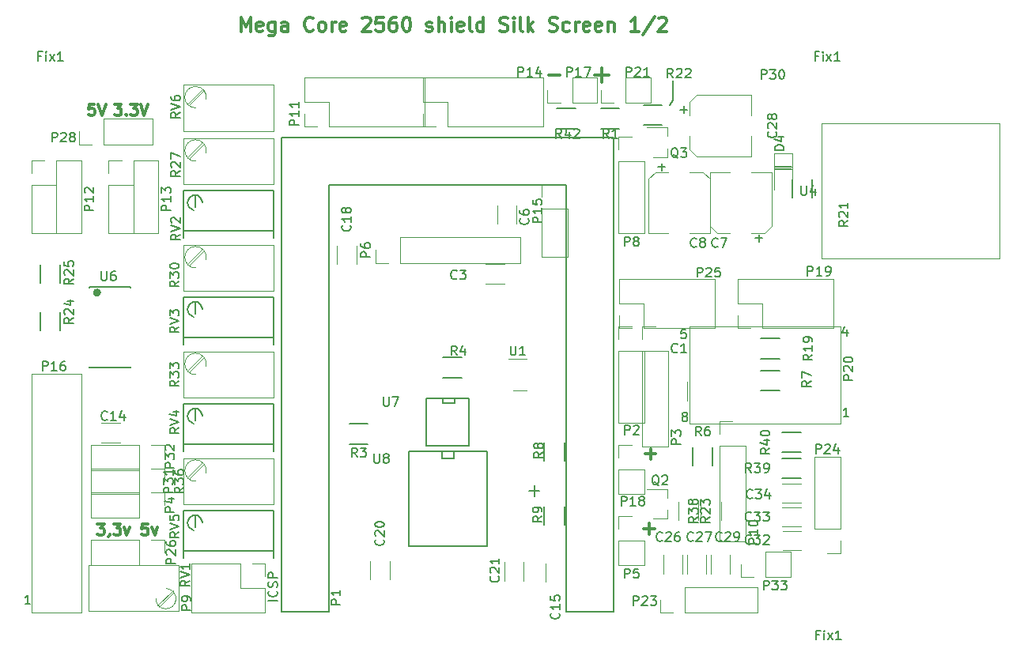
<source format=gbr>
G04 #@! TF.GenerationSoftware,KiCad,Pcbnew,(5.0.2)-1*
G04 #@! TF.CreationDate,2019-09-02T11:04:32+02:00*
G04 #@! TF.ProjectId,Mega_2560 core mini_full_2.2,4d656761-5f32-4353-9630-20636f726520,2.2*
G04 #@! TF.SameCoordinates,Original*
G04 #@! TF.FileFunction,Legend,Top*
G04 #@! TF.FilePolarity,Positive*
%FSLAX46Y46*%
G04 Gerber Fmt 4.6, Leading zero omitted, Abs format (unit mm)*
G04 Created by KiCad (PCBNEW (5.0.2)-1) date 02/09/2019 11:04:32*
%MOMM*%
%LPD*%
G01*
G04 APERTURE LIST*
%ADD10C,0.150000*%
%ADD11C,0.300000*%
%ADD12C,0.210000*%
%ADD13C,0.120000*%
%ADD14C,0.100000*%
%ADD15C,0.381000*%
%ADD16C,0.149860*%
%ADD17C,0.299720*%
G04 APERTURE END LIST*
D10*
X220949520Y-72674480D02*
X222727520Y-72674480D01*
X222727520Y-72928480D02*
X220949520Y-72928480D01*
X210027520Y-65562480D02*
X209646520Y-66070480D01*
X210027520Y-63403480D02*
X210027520Y-65562480D01*
D11*
X206916091Y-111389622D02*
X208058948Y-111389622D01*
X207487520Y-111961051D02*
X207487520Y-110818194D01*
X207043091Y-103388622D02*
X208185948Y-103388622D01*
X207614520Y-103960051D02*
X207614520Y-102817194D01*
D12*
X194597091Y-107325622D02*
X195739948Y-107325622D01*
X195168520Y-107897051D02*
X195168520Y-106754194D01*
D11*
X197898948Y-62788337D02*
X196756091Y-62788337D01*
X201645615Y-62784337D02*
X203169424Y-62784337D01*
X202407520Y-63546241D02*
X202407520Y-62022432D01*
D10*
X167680900Y-119108670D02*
X166680900Y-119108670D01*
X167585662Y-118061051D02*
X167633281Y-118108670D01*
X167680900Y-118251527D01*
X167680900Y-118346765D01*
X167633281Y-118489622D01*
X167538043Y-118584860D01*
X167442805Y-118632480D01*
X167252329Y-118680099D01*
X167109472Y-118680099D01*
X166918996Y-118632480D01*
X166823758Y-118584860D01*
X166728520Y-118489622D01*
X166680900Y-118346765D01*
X166680900Y-118251527D01*
X166728520Y-118108670D01*
X166776139Y-118061051D01*
X167633281Y-117680099D02*
X167680900Y-117537241D01*
X167680900Y-117299146D01*
X167633281Y-117203908D01*
X167585662Y-117156289D01*
X167490424Y-117108670D01*
X167395186Y-117108670D01*
X167299948Y-117156289D01*
X167252329Y-117203908D01*
X167204710Y-117299146D01*
X167157091Y-117489622D01*
X167109472Y-117584860D01*
X167061853Y-117632480D01*
X166966615Y-117680099D01*
X166871377Y-117680099D01*
X166776139Y-117632480D01*
X166728520Y-117584860D01*
X166680900Y-117489622D01*
X166680900Y-117251527D01*
X166728520Y-117108670D01*
X167680900Y-116680099D02*
X166680900Y-116680099D01*
X166680900Y-116299146D01*
X166728520Y-116203908D01*
X166776139Y-116156289D01*
X166871377Y-116108670D01*
X167014234Y-116108670D01*
X167109472Y-116156289D01*
X167157091Y-116203908D01*
X167204710Y-116299146D01*
X167204710Y-116680099D01*
D11*
X148407520Y-110879337D02*
X149150377Y-110879337D01*
X148750377Y-111336480D01*
X148921805Y-111336480D01*
X149036091Y-111393622D01*
X149093234Y-111450765D01*
X149150377Y-111565051D01*
X149150377Y-111850765D01*
X149093234Y-111965051D01*
X149036091Y-112022194D01*
X148921805Y-112079337D01*
X148578948Y-112079337D01*
X148464662Y-112022194D01*
X148407520Y-111965051D01*
X149721805Y-112022194D02*
X149721805Y-112079337D01*
X149664662Y-112193622D01*
X149607520Y-112250765D01*
X150121805Y-110879337D02*
X150864662Y-110879337D01*
X150464662Y-111336480D01*
X150636091Y-111336480D01*
X150750377Y-111393622D01*
X150807520Y-111450765D01*
X150864662Y-111565051D01*
X150864662Y-111850765D01*
X150807520Y-111965051D01*
X150750377Y-112022194D01*
X150636091Y-112079337D01*
X150293234Y-112079337D01*
X150178948Y-112022194D01*
X150121805Y-111965051D01*
X151264662Y-111279337D02*
X151550377Y-112079337D01*
X151836091Y-111279337D01*
X153778948Y-110879337D02*
X153207520Y-110879337D01*
X153150377Y-111450765D01*
X153207520Y-111393622D01*
X153321805Y-111336480D01*
X153607520Y-111336480D01*
X153721805Y-111393622D01*
X153778948Y-111450765D01*
X153836091Y-111565051D01*
X153836091Y-111850765D01*
X153778948Y-111965051D01*
X153721805Y-112022194D01*
X153607520Y-112079337D01*
X153321805Y-112079337D01*
X153207520Y-112022194D01*
X153150377Y-111965051D01*
X154236091Y-111279337D02*
X154521805Y-112079337D01*
X154807520Y-111279337D01*
X150217091Y-65921337D02*
X150959948Y-65921337D01*
X150559948Y-66378480D01*
X150731377Y-66378480D01*
X150845662Y-66435622D01*
X150902805Y-66492765D01*
X150959948Y-66607051D01*
X150959948Y-66892765D01*
X150902805Y-67007051D01*
X150845662Y-67064194D01*
X150731377Y-67121337D01*
X150388520Y-67121337D01*
X150274234Y-67064194D01*
X150217091Y-67007051D01*
X151474234Y-67007051D02*
X151531377Y-67064194D01*
X151474234Y-67121337D01*
X151417091Y-67064194D01*
X151474234Y-67007051D01*
X151474234Y-67121337D01*
X151931377Y-65921337D02*
X152674234Y-65921337D01*
X152274234Y-66378480D01*
X152445662Y-66378480D01*
X152559948Y-66435622D01*
X152617091Y-66492765D01*
X152674234Y-66607051D01*
X152674234Y-66892765D01*
X152617091Y-67007051D01*
X152559948Y-67064194D01*
X152445662Y-67121337D01*
X152102805Y-67121337D01*
X151988520Y-67064194D01*
X151931377Y-67007051D01*
X153017091Y-65921337D02*
X153417091Y-67121337D01*
X153817091Y-65921337D01*
X148076948Y-65921337D02*
X147505520Y-65921337D01*
X147448377Y-66492765D01*
X147505520Y-66435622D01*
X147619805Y-66378480D01*
X147905520Y-66378480D01*
X148019805Y-66435622D01*
X148076948Y-66492765D01*
X148134091Y-66607051D01*
X148134091Y-66892765D01*
X148076948Y-67007051D01*
X148019805Y-67064194D01*
X147905520Y-67121337D01*
X147619805Y-67121337D01*
X147505520Y-67064194D01*
X147448377Y-67007051D01*
X148476948Y-65921337D02*
X148876948Y-67121337D01*
X149276948Y-65921337D01*
X163782520Y-58113051D02*
X163782520Y-56613051D01*
X164282520Y-57684480D01*
X164782520Y-56613051D01*
X164782520Y-58113051D01*
X166068234Y-58041622D02*
X165925377Y-58113051D01*
X165639662Y-58113051D01*
X165496805Y-58041622D01*
X165425377Y-57898765D01*
X165425377Y-57327337D01*
X165496805Y-57184480D01*
X165639662Y-57113051D01*
X165925377Y-57113051D01*
X166068234Y-57184480D01*
X166139662Y-57327337D01*
X166139662Y-57470194D01*
X165425377Y-57613051D01*
X167425377Y-57113051D02*
X167425377Y-58327337D01*
X167353948Y-58470194D01*
X167282520Y-58541622D01*
X167139662Y-58613051D01*
X166925377Y-58613051D01*
X166782520Y-58541622D01*
X167425377Y-58041622D02*
X167282520Y-58113051D01*
X166996805Y-58113051D01*
X166853948Y-58041622D01*
X166782520Y-57970194D01*
X166711091Y-57827337D01*
X166711091Y-57398765D01*
X166782520Y-57255908D01*
X166853948Y-57184480D01*
X166996805Y-57113051D01*
X167282520Y-57113051D01*
X167425377Y-57184480D01*
X168782520Y-58113051D02*
X168782520Y-57327337D01*
X168711091Y-57184480D01*
X168568234Y-57113051D01*
X168282520Y-57113051D01*
X168139662Y-57184480D01*
X168782520Y-58041622D02*
X168639662Y-58113051D01*
X168282520Y-58113051D01*
X168139662Y-58041622D01*
X168068234Y-57898765D01*
X168068234Y-57755908D01*
X168139662Y-57613051D01*
X168282520Y-57541622D01*
X168639662Y-57541622D01*
X168782520Y-57470194D01*
X171496805Y-57970194D02*
X171425377Y-58041622D01*
X171211091Y-58113051D01*
X171068234Y-58113051D01*
X170853948Y-58041622D01*
X170711091Y-57898765D01*
X170639662Y-57755908D01*
X170568234Y-57470194D01*
X170568234Y-57255908D01*
X170639662Y-56970194D01*
X170711091Y-56827337D01*
X170853948Y-56684480D01*
X171068234Y-56613051D01*
X171211091Y-56613051D01*
X171425377Y-56684480D01*
X171496805Y-56755908D01*
X172353948Y-58113051D02*
X172211091Y-58041622D01*
X172139662Y-57970194D01*
X172068234Y-57827337D01*
X172068234Y-57398765D01*
X172139662Y-57255908D01*
X172211091Y-57184480D01*
X172353948Y-57113051D01*
X172568234Y-57113051D01*
X172711091Y-57184480D01*
X172782520Y-57255908D01*
X172853948Y-57398765D01*
X172853948Y-57827337D01*
X172782520Y-57970194D01*
X172711091Y-58041622D01*
X172568234Y-58113051D01*
X172353948Y-58113051D01*
X173496805Y-58113051D02*
X173496805Y-57113051D01*
X173496805Y-57398765D02*
X173568234Y-57255908D01*
X173639662Y-57184480D01*
X173782520Y-57113051D01*
X173925377Y-57113051D01*
X174996805Y-58041622D02*
X174853948Y-58113051D01*
X174568234Y-58113051D01*
X174425377Y-58041622D01*
X174353948Y-57898765D01*
X174353948Y-57327337D01*
X174425377Y-57184480D01*
X174568234Y-57113051D01*
X174853948Y-57113051D01*
X174996805Y-57184480D01*
X175068234Y-57327337D01*
X175068234Y-57470194D01*
X174353948Y-57613051D01*
X176782520Y-56755908D02*
X176853948Y-56684480D01*
X176996805Y-56613051D01*
X177353948Y-56613051D01*
X177496805Y-56684480D01*
X177568234Y-56755908D01*
X177639662Y-56898765D01*
X177639662Y-57041622D01*
X177568234Y-57255908D01*
X176711091Y-58113051D01*
X177639662Y-58113051D01*
X178996805Y-56613051D02*
X178282520Y-56613051D01*
X178211091Y-57327337D01*
X178282520Y-57255908D01*
X178425377Y-57184480D01*
X178782520Y-57184480D01*
X178925377Y-57255908D01*
X178996805Y-57327337D01*
X179068234Y-57470194D01*
X179068234Y-57827337D01*
X178996805Y-57970194D01*
X178925377Y-58041622D01*
X178782520Y-58113051D01*
X178425377Y-58113051D01*
X178282520Y-58041622D01*
X178211091Y-57970194D01*
X180353948Y-56613051D02*
X180068234Y-56613051D01*
X179925377Y-56684480D01*
X179853948Y-56755908D01*
X179711091Y-56970194D01*
X179639662Y-57255908D01*
X179639662Y-57827337D01*
X179711091Y-57970194D01*
X179782520Y-58041622D01*
X179925377Y-58113051D01*
X180211091Y-58113051D01*
X180353948Y-58041622D01*
X180425377Y-57970194D01*
X180496805Y-57827337D01*
X180496805Y-57470194D01*
X180425377Y-57327337D01*
X180353948Y-57255908D01*
X180211091Y-57184480D01*
X179925377Y-57184480D01*
X179782520Y-57255908D01*
X179711091Y-57327337D01*
X179639662Y-57470194D01*
X181425377Y-56613051D02*
X181568234Y-56613051D01*
X181711091Y-56684480D01*
X181782520Y-56755908D01*
X181853948Y-56898765D01*
X181925377Y-57184480D01*
X181925377Y-57541622D01*
X181853948Y-57827337D01*
X181782520Y-57970194D01*
X181711091Y-58041622D01*
X181568234Y-58113051D01*
X181425377Y-58113051D01*
X181282520Y-58041622D01*
X181211091Y-57970194D01*
X181139662Y-57827337D01*
X181068234Y-57541622D01*
X181068234Y-57184480D01*
X181139662Y-56898765D01*
X181211091Y-56755908D01*
X181282520Y-56684480D01*
X181425377Y-56613051D01*
X183639662Y-58041622D02*
X183782520Y-58113051D01*
X184068234Y-58113051D01*
X184211091Y-58041622D01*
X184282520Y-57898765D01*
X184282520Y-57827337D01*
X184211091Y-57684480D01*
X184068234Y-57613051D01*
X183853948Y-57613051D01*
X183711091Y-57541622D01*
X183639662Y-57398765D01*
X183639662Y-57327337D01*
X183711091Y-57184480D01*
X183853948Y-57113051D01*
X184068234Y-57113051D01*
X184211091Y-57184480D01*
X184925377Y-58113051D02*
X184925377Y-56613051D01*
X185568234Y-58113051D02*
X185568234Y-57327337D01*
X185496805Y-57184480D01*
X185353948Y-57113051D01*
X185139662Y-57113051D01*
X184996805Y-57184480D01*
X184925377Y-57255908D01*
X186282520Y-58113051D02*
X186282520Y-57113051D01*
X186282520Y-56613051D02*
X186211091Y-56684480D01*
X186282520Y-56755908D01*
X186353948Y-56684480D01*
X186282520Y-56613051D01*
X186282520Y-56755908D01*
X187568234Y-58041622D02*
X187425377Y-58113051D01*
X187139662Y-58113051D01*
X186996805Y-58041622D01*
X186925377Y-57898765D01*
X186925377Y-57327337D01*
X186996805Y-57184480D01*
X187139662Y-57113051D01*
X187425377Y-57113051D01*
X187568234Y-57184480D01*
X187639662Y-57327337D01*
X187639662Y-57470194D01*
X186925377Y-57613051D01*
X188496805Y-58113051D02*
X188353948Y-58041622D01*
X188282520Y-57898765D01*
X188282520Y-56613051D01*
X189711091Y-58113051D02*
X189711091Y-56613051D01*
X189711091Y-58041622D02*
X189568234Y-58113051D01*
X189282520Y-58113051D01*
X189139662Y-58041622D01*
X189068234Y-57970194D01*
X188996805Y-57827337D01*
X188996805Y-57398765D01*
X189068234Y-57255908D01*
X189139662Y-57184480D01*
X189282520Y-57113051D01*
X189568234Y-57113051D01*
X189711091Y-57184480D01*
X191496805Y-58041622D02*
X191711091Y-58113051D01*
X192068234Y-58113051D01*
X192211091Y-58041622D01*
X192282520Y-57970194D01*
X192353948Y-57827337D01*
X192353948Y-57684480D01*
X192282520Y-57541622D01*
X192211091Y-57470194D01*
X192068234Y-57398765D01*
X191782520Y-57327337D01*
X191639662Y-57255908D01*
X191568234Y-57184480D01*
X191496805Y-57041622D01*
X191496805Y-56898765D01*
X191568234Y-56755908D01*
X191639662Y-56684480D01*
X191782520Y-56613051D01*
X192139662Y-56613051D01*
X192353948Y-56684480D01*
X192996805Y-58113051D02*
X192996805Y-57113051D01*
X192996805Y-56613051D02*
X192925377Y-56684480D01*
X192996805Y-56755908D01*
X193068234Y-56684480D01*
X192996805Y-56613051D01*
X192996805Y-56755908D01*
X193925377Y-58113051D02*
X193782520Y-58041622D01*
X193711091Y-57898765D01*
X193711091Y-56613051D01*
X194496805Y-58113051D02*
X194496805Y-56613051D01*
X194639662Y-57541622D02*
X195068234Y-58113051D01*
X195068234Y-57113051D02*
X194496805Y-57684480D01*
X196782520Y-58041622D02*
X196996805Y-58113051D01*
X197353948Y-58113051D01*
X197496805Y-58041622D01*
X197568234Y-57970194D01*
X197639662Y-57827337D01*
X197639662Y-57684480D01*
X197568234Y-57541622D01*
X197496805Y-57470194D01*
X197353948Y-57398765D01*
X197068234Y-57327337D01*
X196925377Y-57255908D01*
X196853948Y-57184480D01*
X196782520Y-57041622D01*
X196782520Y-56898765D01*
X196853948Y-56755908D01*
X196925377Y-56684480D01*
X197068234Y-56613051D01*
X197425377Y-56613051D01*
X197639662Y-56684480D01*
X198925377Y-58041622D02*
X198782520Y-58113051D01*
X198496805Y-58113051D01*
X198353948Y-58041622D01*
X198282520Y-57970194D01*
X198211091Y-57827337D01*
X198211091Y-57398765D01*
X198282520Y-57255908D01*
X198353948Y-57184480D01*
X198496805Y-57113051D01*
X198782520Y-57113051D01*
X198925377Y-57184480D01*
X199568234Y-58113051D02*
X199568234Y-57113051D01*
X199568234Y-57398765D02*
X199639662Y-57255908D01*
X199711091Y-57184480D01*
X199853948Y-57113051D01*
X199996805Y-57113051D01*
X201068234Y-58041622D02*
X200925377Y-58113051D01*
X200639662Y-58113051D01*
X200496805Y-58041622D01*
X200425377Y-57898765D01*
X200425377Y-57327337D01*
X200496805Y-57184480D01*
X200639662Y-57113051D01*
X200925377Y-57113051D01*
X201068234Y-57184480D01*
X201139662Y-57327337D01*
X201139662Y-57470194D01*
X200425377Y-57613051D01*
X202353948Y-58041622D02*
X202211091Y-58113051D01*
X201925377Y-58113051D01*
X201782520Y-58041622D01*
X201711091Y-57898765D01*
X201711091Y-57327337D01*
X201782520Y-57184480D01*
X201925377Y-57113051D01*
X202211091Y-57113051D01*
X202353948Y-57184480D01*
X202425377Y-57327337D01*
X202425377Y-57470194D01*
X201711091Y-57613051D01*
X203068234Y-57113051D02*
X203068234Y-58113051D01*
X203068234Y-57255908D02*
X203139662Y-57184480D01*
X203282520Y-57113051D01*
X203496805Y-57113051D01*
X203639662Y-57184480D01*
X203711091Y-57327337D01*
X203711091Y-58113051D01*
X206353948Y-58113051D02*
X205496805Y-58113051D01*
X205925377Y-58113051D02*
X205925377Y-56613051D01*
X205782520Y-56827337D01*
X205639662Y-56970194D01*
X205496805Y-57041622D01*
X208068234Y-56541622D02*
X206782519Y-58470194D01*
X208496805Y-56755908D02*
X208568234Y-56684480D01*
X208711091Y-56613051D01*
X209068234Y-56613051D01*
X209211091Y-56684480D01*
X209282520Y-56755908D01*
X209353948Y-56898765D01*
X209353948Y-57041622D01*
X209282520Y-57255908D01*
X208425377Y-58113051D01*
X209353948Y-58113051D01*
D13*
G04 #@! TO.C,R23*
X212748520Y-108504480D02*
X212748520Y-110504480D01*
X210608520Y-110504480D02*
X210608520Y-108504480D01*
G04 #@! TO.C,P15*
X195937520Y-77119480D02*
X195937520Y-82319480D01*
X195937520Y-82319480D02*
X198717520Y-82319480D01*
X198717520Y-82319480D02*
X198717520Y-77119480D01*
X198717520Y-77119480D02*
X195937520Y-77119480D01*
X195937520Y-75849480D02*
X195937520Y-74459480D01*
X195937520Y-74459480D02*
X197327520Y-74459480D01*
D10*
G04 #@! TO.C,R21*
X222795520Y-75960480D02*
X222795520Y-73960480D01*
X224945520Y-73960480D02*
X224945520Y-75960480D01*
D14*
G04 #@! TO.C,RV1*
X154655520Y-118838980D02*
G75*
G03X155671520Y-119981980I1079500J-63500D01*
G01*
X156814520Y-118965980D02*
G75*
G03X155798520Y-117822980I-1079500J63500D01*
G01*
X155671520Y-119981980D02*
G75*
G03X156814520Y-118965980I63500J1079500D01*
G01*
D13*
X157067520Y-120229480D02*
X147417520Y-120229480D01*
X157067520Y-115278480D02*
X147417520Y-115278480D01*
X157067520Y-120229480D02*
X157067520Y-115278480D01*
X147417520Y-120229480D02*
X147417520Y-115278480D01*
X154856520Y-119629480D02*
X156467520Y-118019480D01*
X154996520Y-119770480D02*
X156608520Y-118160480D01*
G04 #@! TO.C,P3*
X206732520Y-92359480D02*
X206732520Y-102639480D01*
X206732520Y-102639480D02*
X209512520Y-102639480D01*
X209512520Y-102639480D02*
X209512520Y-92359480D01*
X209512520Y-92359480D02*
X206732520Y-92359480D01*
X206732520Y-91089480D02*
X206732520Y-89699480D01*
X206732520Y-89699480D02*
X208122520Y-89699480D01*
D10*
G04 #@! TO.C,P1*
X203677520Y-120299480D02*
X198597520Y-120299480D01*
X168117520Y-69499480D02*
X168117520Y-120299480D01*
X173197520Y-74579480D02*
X173197520Y-120299480D01*
X168117520Y-120299480D02*
X173197520Y-120299480D01*
X203677520Y-120299480D02*
X203677520Y-69499480D01*
X203677520Y-69499480D02*
X168117520Y-69499480D01*
X173197520Y-74579480D02*
X198597520Y-74579480D01*
X198597520Y-74579480D02*
X198597520Y-120299480D01*
D13*
G04 #@! TO.C,U4*
X225902520Y-67975480D02*
X225902520Y-82453480D01*
X225902520Y-82453480D02*
X244952520Y-82453480D01*
X244952520Y-82453480D02*
X244952520Y-67975480D01*
X244952520Y-67975480D02*
X225902520Y-67975480D01*
D10*
G04 #@! TO.C,R22*
X208868520Y-68161480D02*
X206868520Y-68161480D01*
X206868520Y-66011480D02*
X208868520Y-66011480D01*
D13*
G04 #@! TO.C,D4*
X222838520Y-71186480D02*
X220838520Y-71186480D01*
X220838520Y-71186480D02*
X220838520Y-75086480D01*
X222838520Y-71186480D02*
X222838520Y-75086480D01*
G04 #@! TO.C,P8*
X204192520Y-72039480D02*
X204192520Y-79779480D01*
X204192520Y-79779480D02*
X206972520Y-79779480D01*
X206972520Y-79779480D02*
X206972520Y-72039480D01*
X206972520Y-72039480D02*
X204192520Y-72039480D01*
X204192520Y-70769480D02*
X204192520Y-69379480D01*
X204192520Y-69379480D02*
X205582520Y-69379480D01*
G04 #@! TO.C,Q2*
X209390520Y-110322480D02*
X209390520Y-109392480D01*
X209390520Y-107162480D02*
X209390520Y-108092480D01*
X209390520Y-107162480D02*
X207230520Y-107162480D01*
X209390520Y-110322480D02*
X207930520Y-110322480D01*
D10*
G04 #@! TO.C,R19*
X219441520Y-91030480D02*
X221441520Y-91030480D01*
X221441520Y-93180480D02*
X219441520Y-93180480D01*
G04 #@! TO.C,R7*
X219441520Y-94459480D02*
X221441520Y-94459480D01*
X221441520Y-96609480D02*
X219441520Y-96609480D01*
D13*
G04 #@! TO.C,P33*
X219933520Y-116609480D02*
X222593520Y-116609480D01*
X222593520Y-116609480D02*
X222593520Y-113829480D01*
X222593520Y-113829480D02*
X219933520Y-113829480D01*
X219933520Y-113829480D02*
X219933520Y-116609480D01*
X218663520Y-116609480D02*
X217273520Y-116609480D01*
X217273520Y-116609480D02*
X217273520Y-115219480D01*
G04 #@! TO.C,C1*
X209510520Y-95677480D02*
X209510520Y-97677480D01*
X211560520Y-97677480D02*
X211560520Y-95677480D01*
D10*
G04 #@! TO.C,R42*
X199597520Y-68542480D02*
X197597520Y-68542480D01*
X197597520Y-66392480D02*
X199597520Y-66392480D01*
D13*
G04 #@! TO.C,C33*
X221727520Y-111164480D02*
X223727520Y-111164480D01*
X223727520Y-109114480D02*
X221727520Y-109114480D01*
G04 #@! TO.C,C34*
X221727520Y-108624480D02*
X223727520Y-108624480D01*
X223727520Y-106574480D02*
X221727520Y-106574480D01*
D10*
G04 #@! TO.C,R39*
X223727520Y-106007480D02*
X221727520Y-106007480D01*
X221727520Y-103857480D02*
X223727520Y-103857480D01*
G04 #@! TO.C,R40*
X223727520Y-103213480D02*
X221727520Y-103213480D01*
X221727520Y-101063480D02*
X223727520Y-101063480D01*
D13*
G04 #@! TO.C,P24*
X227927520Y-111409480D02*
X227927520Y-103669480D01*
X227927520Y-103669480D02*
X225147520Y-103669480D01*
X225147520Y-103669480D02*
X225147520Y-111409480D01*
X225147520Y-111409480D02*
X227927520Y-111409480D01*
X227927520Y-112679480D02*
X227927520Y-114069480D01*
X227927520Y-114069480D02*
X226537520Y-114069480D01*
G04 #@! TO.C,P23*
X211297520Y-120419480D02*
X219037520Y-120419480D01*
X219037520Y-120419480D02*
X219037520Y-117639480D01*
X219037520Y-117639480D02*
X211297520Y-117639480D01*
X211297520Y-117639480D02*
X211297520Y-120419480D01*
X210027520Y-120419480D02*
X208637520Y-120419480D01*
X208637520Y-120419480D02*
X208637520Y-119029480D01*
G04 #@! TO.C,C29*
X214082520Y-114219480D02*
X214082520Y-116219480D01*
X216132520Y-116219480D02*
X216132520Y-114219480D01*
G04 #@! TO.C,C27*
X211542520Y-114219480D02*
X211542520Y-116219480D01*
X213592520Y-116219480D02*
X213592520Y-114219480D01*
G04 #@! TO.C,C26*
X209002520Y-114219480D02*
X209002520Y-116219480D01*
X211052520Y-116219480D02*
X211052520Y-114219480D01*
G04 #@! TO.C,P5*
X204192520Y-112679480D02*
X204192520Y-115339480D01*
X204192520Y-115339480D02*
X206972520Y-115339480D01*
X206972520Y-115339480D02*
X206972520Y-112679480D01*
X206972520Y-112679480D02*
X204192520Y-112679480D01*
X204192520Y-111409480D02*
X204192520Y-110019480D01*
X204192520Y-110019480D02*
X205582520Y-110019480D01*
D10*
G04 #@! TO.C,R6*
X214277520Y-102662480D02*
X214277520Y-104662480D01*
X212127520Y-104662480D02*
X212127520Y-102662480D01*
D13*
G04 #@! TO.C,P18*
X204192520Y-105059480D02*
X204192520Y-107719480D01*
X204192520Y-107719480D02*
X206972520Y-107719480D01*
X206972520Y-107719480D02*
X206972520Y-105059480D01*
X206972520Y-105059480D02*
X204192520Y-105059480D01*
X204192520Y-103789480D02*
X204192520Y-102399480D01*
X204192520Y-102399480D02*
X205582520Y-102399480D01*
G04 #@! TO.C,P2*
X204192520Y-92359480D02*
X204192520Y-100099480D01*
X204192520Y-100099480D02*
X206972520Y-100099480D01*
X206972520Y-100099480D02*
X206972520Y-92359480D01*
X206972520Y-92359480D02*
X204192520Y-92359480D01*
X204192520Y-91089480D02*
X204192520Y-89699480D01*
X204192520Y-89699480D02*
X205582520Y-89699480D01*
G04 #@! TO.C,P20*
X214586820Y-100119180D02*
X227934520Y-100121720D01*
X214589360Y-89712800D02*
X227929440Y-89712800D01*
X211812520Y-100112180D02*
X214599520Y-100119180D01*
X211805520Y-97071180D02*
X211812520Y-100112180D01*
X211812520Y-89712180D02*
X214592520Y-89712180D01*
X211812520Y-97452180D02*
X211812520Y-89712180D01*
X211812520Y-97452180D02*
X211812520Y-89712180D01*
X211812520Y-89712180D02*
X214592520Y-89712180D01*
X227927520Y-89712180D02*
X227934520Y-100119180D01*
X211805520Y-97071180D02*
X211812520Y-100112180D01*
X211812520Y-100112180D02*
X214599520Y-100119180D01*
D10*
G04 #@! TO.C,R1*
X204296520Y-68542480D02*
X202296520Y-68542480D01*
X202296520Y-66392480D02*
X204296520Y-66392480D01*
D13*
G04 #@! TO.C,P21*
X204947520Y-65809480D02*
X207607520Y-65809480D01*
X207607520Y-65809480D02*
X207607520Y-63029480D01*
X207607520Y-63029480D02*
X204947520Y-63029480D01*
X204947520Y-63029480D02*
X204947520Y-65809480D01*
X203677520Y-65809480D02*
X202287520Y-65809480D01*
X202287520Y-65809480D02*
X202287520Y-64419480D01*
G04 #@! TO.C,P17*
X199232520Y-65809480D02*
X201892520Y-65809480D01*
X201892520Y-65809480D02*
X201892520Y-63029480D01*
X201892520Y-63029480D02*
X199232520Y-63029480D01*
X199232520Y-63029480D02*
X199232520Y-65809480D01*
X197962520Y-65809480D02*
X196572520Y-65809480D01*
X196572520Y-65809480D02*
X196572520Y-64419480D01*
G04 #@! TO.C,P6*
X180817520Y-82954480D02*
X193637520Y-82954480D01*
X193637520Y-82954480D02*
X193637520Y-80174480D01*
X193637520Y-80174480D02*
X180817520Y-80174480D01*
X180817520Y-80174480D02*
X180817520Y-82954480D01*
X179547520Y-82954480D02*
X178157520Y-82954480D01*
X178157520Y-82954480D02*
X178157520Y-81564480D01*
G04 #@! TO.C,C15*
X198479520Y-117108480D02*
X198479520Y-115108480D01*
X196429520Y-115108480D02*
X196429520Y-117108480D01*
G04 #@! TO.C,C21*
X191984520Y-114981480D02*
X191984520Y-116981480D01*
X194034520Y-116981480D02*
X194034520Y-114981480D01*
G04 #@! TO.C,C20*
X177633520Y-114854480D02*
X177633520Y-116854480D01*
X179683520Y-116854480D02*
X179683520Y-114854480D01*
D10*
G04 #@! TO.C,U8*
X181706520Y-113314480D02*
X181706520Y-103154480D01*
X181706520Y-103154480D02*
X190088520Y-103154480D01*
X190088520Y-103154480D02*
X190088520Y-113314480D01*
X190088520Y-113314480D02*
X181706520Y-113314480D01*
X186532520Y-103154480D02*
X186532520Y-103916480D01*
X186532520Y-103916480D02*
X185262520Y-103916480D01*
X185262520Y-103916480D02*
X185262520Y-103154480D01*
G04 #@! TO.C,R9*
X198402520Y-109012480D02*
X198402520Y-111012480D01*
X196252520Y-111012480D02*
X196252520Y-109012480D01*
G04 #@! TO.C,R8*
X198402520Y-102154480D02*
X198402520Y-104154480D01*
X196252520Y-104154480D02*
X196252520Y-102154480D01*
G04 #@! TO.C,R3*
X175372520Y-100174480D02*
X177372520Y-100174480D01*
X177372520Y-102324480D02*
X175372520Y-102324480D01*
G04 #@! TO.C,U7*
X188183520Y-97439480D02*
X188183520Y-102519480D01*
X188183520Y-102519480D02*
X183611520Y-102519480D01*
X183611520Y-102519480D02*
X183611520Y-97439480D01*
X183611520Y-97439480D02*
X188183520Y-97439480D01*
X186659520Y-97439480D02*
X186659520Y-97947480D01*
X186659520Y-97947480D02*
X185389520Y-97947480D01*
X185389520Y-97947480D02*
X185389520Y-97439480D01*
D13*
G04 #@! TO.C,U1*
X194344520Y-93239480D02*
X192444520Y-93239480D01*
X192944520Y-96559480D02*
X194344520Y-96559480D01*
D10*
G04 #@! TO.C,R4*
X185405520Y-93062480D02*
X187405520Y-93062480D01*
X187405520Y-95212480D02*
X185405520Y-95212480D01*
D13*
G04 #@! TO.C,P28*
X149067520Y-70254480D02*
X154267520Y-70254480D01*
X154267520Y-70254480D02*
X154267520Y-67474480D01*
X154267520Y-67474480D02*
X149067520Y-67474480D01*
X149067520Y-67474480D02*
X149067520Y-70254480D01*
X147797520Y-70254480D02*
X146407520Y-70254480D01*
X146407520Y-70254480D02*
X146407520Y-68864480D01*
G04 #@! TO.C,P13*
X152242520Y-74579480D02*
X152242520Y-79786480D01*
X149582520Y-74579480D02*
X149582520Y-79779480D01*
X149582520Y-79779480D02*
X154902520Y-79779480D01*
X154902520Y-79779480D02*
X154902520Y-71919480D01*
X154902520Y-71919480D02*
X152242520Y-71919480D01*
X152242520Y-71919480D02*
X152242520Y-74579480D01*
X152242520Y-74579480D02*
X149582520Y-74579480D01*
X149582520Y-73309480D02*
X149582520Y-71919480D01*
X149582520Y-71919480D02*
X150972520Y-71919480D01*
G04 #@! TO.C,P12*
X143987520Y-74579480D02*
X143987520Y-79786480D01*
X141327520Y-74579480D02*
X141327520Y-79779480D01*
X141327520Y-79779480D02*
X146647520Y-79779480D01*
X146647520Y-79779480D02*
X146647520Y-71919480D01*
X146647520Y-71919480D02*
X143987520Y-71919480D01*
X143987520Y-71919480D02*
X143987520Y-74579480D01*
X143987520Y-74579480D02*
X141327520Y-74579480D01*
X141327520Y-73309480D02*
X141327520Y-71919480D01*
X141327520Y-71919480D02*
X142717520Y-71919480D01*
D10*
G04 #@! TO.C,R25*
X144427520Y-83104480D02*
X144427520Y-85104480D01*
X142277520Y-85104480D02*
X142277520Y-83104480D01*
G04 #@! TO.C,R24*
X144427520Y-88184480D02*
X144427520Y-90184480D01*
X142277520Y-90184480D02*
X142277520Y-88184480D01*
D13*
G04 #@! TO.C,P16*
X146647520Y-117759480D02*
X146647520Y-94779480D01*
X146647520Y-94779480D02*
X141327520Y-94779480D01*
X141327520Y-94779480D02*
X141327520Y-120419480D01*
X141327520Y-120419480D02*
X143987520Y-120419480D01*
X146647520Y-120419480D02*
X146647520Y-117759480D01*
X143987520Y-120419480D02*
X146647520Y-120419480D01*
X146647520Y-119029480D02*
X146647520Y-120419480D01*
X146647520Y-120419480D02*
X145257520Y-120419480D01*
G04 #@! TO.C,C14*
X148829520Y-102147480D02*
X150829520Y-102147480D01*
X150829520Y-100097480D02*
X148829520Y-100097480D01*
G04 #@! TO.C,P32*
X152877520Y-102399480D02*
X147677520Y-102399480D01*
X147677520Y-102399480D02*
X147677520Y-105179480D01*
X147677520Y-105179480D02*
X152877520Y-105179480D01*
X152877520Y-105179480D02*
X152877520Y-102399480D01*
X154147520Y-102399480D02*
X155537520Y-102399480D01*
X155537520Y-102399480D02*
X155537520Y-103789480D01*
G04 #@! TO.C,P31*
X152877520Y-104939480D02*
X147677520Y-104939480D01*
X147677520Y-104939480D02*
X147677520Y-107719480D01*
X147677520Y-107719480D02*
X152877520Y-107719480D01*
X152877520Y-107719480D02*
X152877520Y-104939480D01*
X154147520Y-104939480D02*
X155537520Y-104939480D01*
X155537520Y-104939480D02*
X155537520Y-106329480D01*
G04 #@! TO.C,P4*
X152877520Y-107479480D02*
X147677520Y-107479480D01*
X147677520Y-107479480D02*
X147677520Y-110259480D01*
X147677520Y-110259480D02*
X152877520Y-110259480D01*
X152877520Y-110259480D02*
X152877520Y-107479480D01*
X154147520Y-107479480D02*
X155537520Y-107479480D01*
X155537520Y-107479480D02*
X155537520Y-108869480D01*
G04 #@! TO.C,P26*
X152877520Y-112559480D02*
X147677520Y-112559480D01*
X147677520Y-112559480D02*
X147677520Y-115339480D01*
X147677520Y-115339480D02*
X152877520Y-115339480D01*
X152877520Y-115339480D02*
X152877520Y-112559480D01*
X154147520Y-112559480D02*
X155537520Y-112559480D01*
X155537520Y-112559480D02*
X155537520Y-113949480D01*
G04 #@! TO.C,P9*
X163672520Y-115099480D02*
X158472520Y-115099480D01*
X158472520Y-115099480D02*
X158472520Y-120419480D01*
X158472520Y-120419480D02*
X166332520Y-120419480D01*
X166332520Y-120419480D02*
X166332520Y-117759480D01*
X166332520Y-117759480D02*
X163672520Y-117759480D01*
X163672520Y-117759480D02*
X163672520Y-115099480D01*
X164942520Y-115099480D02*
X166332520Y-115099480D01*
X166332520Y-115099480D02*
X166332520Y-116489480D01*
D10*
G04 #@! TO.C,RV5*
X158846520Y-110012480D02*
X158846520Y-111282480D01*
X159633920Y-110761780D02*
X159595820Y-110507780D01*
X159595820Y-110507780D02*
X159418020Y-110228380D01*
X159418020Y-110228380D02*
X159100520Y-110012480D01*
X159100520Y-110012480D02*
X158656020Y-109999780D01*
X158656020Y-109999780D02*
X158300420Y-110202980D01*
X158300420Y-110202980D02*
X158122620Y-110495080D01*
X158122620Y-110495080D02*
X158071820Y-110812580D01*
X158071820Y-110812580D02*
X158173420Y-111218980D01*
X158173420Y-111218980D02*
X158516320Y-111472980D01*
X158516320Y-111472980D02*
X158694120Y-111561880D01*
X167228520Y-113822480D02*
X157576520Y-113822480D01*
X157576520Y-110774480D02*
X157576520Y-109504480D01*
X157576520Y-109504480D02*
X167228520Y-109504480D01*
X167228520Y-109504480D02*
X167228520Y-114584480D01*
X157576520Y-114584480D02*
X157576520Y-112044480D01*
X157576520Y-112044480D02*
X157576520Y-110774480D01*
D13*
G04 #@! TO.C,R36*
X158947829Y-106333776D02*
G75*
G02X158907520Y-104024480I-40309J1154296D01*
G01*
X158887399Y-104025428D02*
G75*
G02X160036520Y-105419480I20121J-1154052D01*
G01*
X167227520Y-108799480D02*
X157577520Y-108799480D01*
X167227520Y-103848480D02*
X157577520Y-103848480D01*
X167227520Y-108799480D02*
X167227520Y-103848480D01*
X157577520Y-108799480D02*
X157577520Y-103848480D01*
X158031520Y-105913480D02*
X159642520Y-104303480D01*
X158171520Y-106054480D02*
X159783520Y-104444480D01*
D10*
G04 #@! TO.C,RV4*
X158846520Y-98582480D02*
X158846520Y-99852480D01*
X159633920Y-99331780D02*
X159595820Y-99077780D01*
X159595820Y-99077780D02*
X159418020Y-98798380D01*
X159418020Y-98798380D02*
X159100520Y-98582480D01*
X159100520Y-98582480D02*
X158656020Y-98569780D01*
X158656020Y-98569780D02*
X158300420Y-98772980D01*
X158300420Y-98772980D02*
X158122620Y-99065080D01*
X158122620Y-99065080D02*
X158071820Y-99382580D01*
X158071820Y-99382580D02*
X158173420Y-99788980D01*
X158173420Y-99788980D02*
X158516320Y-100042980D01*
X158516320Y-100042980D02*
X158694120Y-100131880D01*
X167228520Y-102392480D02*
X157576520Y-102392480D01*
X157576520Y-99344480D02*
X157576520Y-98074480D01*
X157576520Y-98074480D02*
X167228520Y-98074480D01*
X167228520Y-98074480D02*
X167228520Y-103154480D01*
X157576520Y-103154480D02*
X157576520Y-100614480D01*
X157576520Y-100614480D02*
X157576520Y-99344480D01*
D13*
G04 #@! TO.C,R33*
X158947829Y-94903776D02*
G75*
G02X158907520Y-92594480I-40309J1154296D01*
G01*
X158887399Y-92595428D02*
G75*
G02X160036520Y-93989480I20121J-1154052D01*
G01*
X167227520Y-97369480D02*
X157577520Y-97369480D01*
X167227520Y-92418480D02*
X157577520Y-92418480D01*
X167227520Y-97369480D02*
X167227520Y-92418480D01*
X157577520Y-97369480D02*
X157577520Y-92418480D01*
X158031520Y-94483480D02*
X159642520Y-92873480D01*
X158171520Y-94624480D02*
X159783520Y-93014480D01*
D10*
G04 #@! TO.C,RV3*
X158846520Y-87152480D02*
X158846520Y-88422480D01*
X159633920Y-87901780D02*
X159595820Y-87647780D01*
X159595820Y-87647780D02*
X159418020Y-87368380D01*
X159418020Y-87368380D02*
X159100520Y-87152480D01*
X159100520Y-87152480D02*
X158656020Y-87139780D01*
X158656020Y-87139780D02*
X158300420Y-87342980D01*
X158300420Y-87342980D02*
X158122620Y-87635080D01*
X158122620Y-87635080D02*
X158071820Y-87952580D01*
X158071820Y-87952580D02*
X158173420Y-88358980D01*
X158173420Y-88358980D02*
X158516320Y-88612980D01*
X158516320Y-88612980D02*
X158694120Y-88701880D01*
X167228520Y-90962480D02*
X157576520Y-90962480D01*
X157576520Y-87914480D02*
X157576520Y-86644480D01*
X157576520Y-86644480D02*
X167228520Y-86644480D01*
X167228520Y-86644480D02*
X167228520Y-91724480D01*
X157576520Y-91724480D02*
X157576520Y-89184480D01*
X157576520Y-89184480D02*
X157576520Y-87914480D01*
D13*
G04 #@! TO.C,R30*
X158947829Y-83473776D02*
G75*
G02X158907520Y-81164480I-40309J1154296D01*
G01*
X158887399Y-81165428D02*
G75*
G02X160036520Y-82559480I20121J-1154052D01*
G01*
X167227520Y-85939480D02*
X157577520Y-85939480D01*
X167227520Y-80988480D02*
X157577520Y-80988480D01*
X167227520Y-85939480D02*
X167227520Y-80988480D01*
X157577520Y-85939480D02*
X157577520Y-80988480D01*
X158031520Y-83053480D02*
X159642520Y-81443480D01*
X158171520Y-83194480D02*
X159783520Y-81584480D01*
G04 #@! TO.C,R27*
X158947829Y-72043776D02*
G75*
G02X158907520Y-69734480I-40309J1154296D01*
G01*
X158887399Y-69735428D02*
G75*
G02X160036520Y-71129480I20121J-1154052D01*
G01*
X167227520Y-74509480D02*
X157577520Y-74509480D01*
X167227520Y-69558480D02*
X157577520Y-69558480D01*
X167227520Y-74509480D02*
X167227520Y-69558480D01*
X157577520Y-74509480D02*
X157577520Y-69558480D01*
X158031520Y-71623480D02*
X159642520Y-70013480D01*
X158171520Y-71764480D02*
X159783520Y-70154480D01*
D10*
G04 #@! TO.C,RV2*
X158846520Y-75722480D02*
X158846520Y-76992480D01*
X159633920Y-76471780D02*
X159595820Y-76217780D01*
X159595820Y-76217780D02*
X159418020Y-75938380D01*
X159418020Y-75938380D02*
X159100520Y-75722480D01*
X159100520Y-75722480D02*
X158656020Y-75709780D01*
X158656020Y-75709780D02*
X158300420Y-75912980D01*
X158300420Y-75912980D02*
X158122620Y-76205080D01*
X158122620Y-76205080D02*
X158071820Y-76522580D01*
X158071820Y-76522580D02*
X158173420Y-76928980D01*
X158173420Y-76928980D02*
X158516320Y-77182980D01*
X158516320Y-77182980D02*
X158694120Y-77271880D01*
X167228520Y-79532480D02*
X157576520Y-79532480D01*
X157576520Y-76484480D02*
X157576520Y-75214480D01*
X157576520Y-75214480D02*
X167228520Y-75214480D01*
X167228520Y-75214480D02*
X167228520Y-80294480D01*
X157576520Y-80294480D02*
X157576520Y-77754480D01*
X157576520Y-77754480D02*
X157576520Y-76484480D01*
D13*
G04 #@! TO.C,RV6*
X158947829Y-66328776D02*
G75*
G02X158907520Y-64019480I-40309J1154296D01*
G01*
X158887399Y-64020428D02*
G75*
G02X160036520Y-65414480I20121J-1154052D01*
G01*
X167227520Y-68794480D02*
X157577520Y-68794480D01*
X167227520Y-63843480D02*
X157577520Y-63843480D01*
X167227520Y-68794480D02*
X167227520Y-63843480D01*
X157577520Y-68794480D02*
X157577520Y-63843480D01*
X158031520Y-65908480D02*
X159642520Y-64298480D01*
X158171520Y-66049480D02*
X159783520Y-64439480D01*
G04 #@! TO.C,C18*
X174077520Y-81072480D02*
X174077520Y-83072480D01*
X176127520Y-83072480D02*
X176127520Y-81072480D01*
G04 #@! TO.C,C3*
X189977520Y-85129480D02*
X191977520Y-85129480D01*
X191977520Y-83079480D02*
X189977520Y-83079480D01*
G04 #@! TO.C,P25*
X206852520Y-89879480D02*
X214532520Y-89879480D01*
X214532520Y-89879480D02*
X214532520Y-84679480D01*
X214532520Y-84679480D02*
X204252520Y-84679480D01*
X204252520Y-84679480D02*
X204252520Y-87279480D01*
X204252520Y-87279480D02*
X206852520Y-87279480D01*
X206852520Y-87279480D02*
X206852520Y-89879480D01*
X205582520Y-89879480D02*
X204252520Y-89879480D01*
X204252520Y-89879480D02*
X204252520Y-88549480D01*
G04 #@! TO.C,P11*
X173197520Y-68289480D02*
X183417520Y-68289480D01*
X183417520Y-68289480D02*
X183417520Y-63089480D01*
X183417520Y-63089480D02*
X170597520Y-63089480D01*
X170597520Y-63089480D02*
X170597520Y-65689480D01*
X170597520Y-65689480D02*
X173197520Y-65689480D01*
X173197520Y-65689480D02*
X173197520Y-68289480D01*
X171927520Y-68289480D02*
X170597520Y-68289480D01*
X170597520Y-68289480D02*
X170597520Y-66959480D01*
G04 #@! TO.C,P14*
X185897520Y-68289480D02*
X196117520Y-68289480D01*
X196117520Y-68289480D02*
X196117520Y-63089480D01*
X196117520Y-63089480D02*
X183297520Y-63089480D01*
X183297520Y-63089480D02*
X183297520Y-65689480D01*
X183297520Y-65689480D02*
X185897520Y-65689480D01*
X185897520Y-65689480D02*
X185897520Y-68289480D01*
X184627520Y-68289480D02*
X183297520Y-68289480D01*
X183297520Y-68289480D02*
X183297520Y-66959480D01*
G04 #@! TO.C,P19*
X219552520Y-89879480D02*
X227232520Y-89879480D01*
X227232520Y-89879480D02*
X227232520Y-84679480D01*
X227232520Y-84679480D02*
X216952520Y-84679480D01*
X216952520Y-84679480D02*
X216952520Y-87279480D01*
X216952520Y-87279480D02*
X219552520Y-87279480D01*
X219552520Y-87279480D02*
X219552520Y-89879480D01*
X218282520Y-89879480D02*
X216952520Y-89879480D01*
X216952520Y-89879480D02*
X216952520Y-88549480D01*
G04 #@! TO.C,C28*
X218407520Y-71529480D02*
X218407520Y-69349480D01*
X218407520Y-64929480D02*
X218407520Y-67109480D01*
X211807520Y-70769480D02*
X211807520Y-69349480D01*
X211807520Y-65689480D02*
X211807520Y-67109480D01*
X218407520Y-71529480D02*
X212567520Y-71529480D01*
X212567520Y-71529480D02*
X211807520Y-70769480D01*
X211807520Y-65689480D02*
X212567520Y-64929480D01*
X212567520Y-64929480D02*
X218407520Y-64929480D01*
G04 #@! TO.C,C6*
X191227520Y-76754480D02*
X191227520Y-78754480D01*
X193267520Y-78754480D02*
X193267520Y-76754480D01*
G04 #@! TO.C,C7*
X220566520Y-73184480D02*
X218386520Y-73184480D01*
X213966520Y-73184480D02*
X216146520Y-73184480D01*
X219806520Y-79784480D02*
X218386520Y-79784480D01*
X214726520Y-79784480D02*
X216146520Y-79784480D01*
X220566520Y-73184480D02*
X220566520Y-79024480D01*
X220566520Y-79024480D02*
X219806520Y-79784480D01*
X214726520Y-79784480D02*
X213966520Y-79024480D01*
X213966520Y-79024480D02*
X213966520Y-73184480D01*
G04 #@! TO.C,C8*
X207362520Y-79784480D02*
X209542520Y-79784480D01*
X213962520Y-79784480D02*
X211782520Y-79784480D01*
X208122520Y-73184480D02*
X209542520Y-73184480D01*
X213202520Y-73184480D02*
X211782520Y-73184480D01*
X207362520Y-79784480D02*
X207362520Y-73944480D01*
X207362520Y-73944480D02*
X208122520Y-73184480D01*
X213202520Y-73184480D02*
X213962520Y-73944480D01*
X213962520Y-73944480D02*
X213962520Y-79784480D01*
D15*
G04 #@! TO.C,U6*
X148578696Y-86118700D02*
G75*
G03X148578696Y-86118700I-224916J0D01*
G01*
X148467372Y-86118700D02*
G75*
G03X148467372Y-86118700I-113592J0D01*
G01*
D16*
X151902160Y-85471000D02*
X151902160Y-85585300D01*
X151902160Y-94053660D02*
X151902160Y-94167960D01*
X151902160Y-94167960D02*
X147502880Y-94167960D01*
X147502880Y-85471000D02*
X147502880Y-85585300D01*
X147502880Y-94053660D02*
X147502880Y-94167960D01*
X151902160Y-85471000D02*
X147502880Y-85471000D01*
D17*
X148356320Y-86118700D02*
X148356320Y-86118700D01*
D13*
G04 #@! TO.C,Q3*
X209390520Y-71587480D02*
X209390520Y-70657480D01*
X209390520Y-68427480D02*
X209390520Y-69357480D01*
X209390520Y-68427480D02*
X207230520Y-68427480D01*
X209390520Y-71587480D02*
X207930520Y-71587480D01*
G04 #@! TO.C,C32*
X221767020Y-113699480D02*
X223767020Y-113699480D01*
X223767020Y-111659480D02*
X221767020Y-111659480D01*
G04 #@! TO.C,P10*
X214987520Y-102519480D02*
X214987520Y-112799480D01*
X214987520Y-112799480D02*
X217767520Y-112799480D01*
X217767520Y-112799480D02*
X217767520Y-102519480D01*
X217767520Y-102519480D02*
X214987520Y-102519480D01*
X214987520Y-101249480D02*
X214987520Y-99859480D01*
X214987520Y-99859480D02*
X216377520Y-99859480D01*
G04 #@! TO.C,R38*
X215161520Y-108504480D02*
X215161520Y-110504480D01*
X213021520Y-110504480D02*
X213021520Y-108504480D01*
G04 #@! TO.C,R23*
D10*
X213980900Y-110147337D02*
X213504710Y-110480670D01*
X213980900Y-110718765D02*
X212980900Y-110718765D01*
X212980900Y-110337813D01*
X213028520Y-110242575D01*
X213076139Y-110194956D01*
X213171377Y-110147337D01*
X213314234Y-110147337D01*
X213409472Y-110194956D01*
X213457091Y-110242575D01*
X213504710Y-110337813D01*
X213504710Y-110718765D01*
X213076139Y-109766384D02*
X213028520Y-109718765D01*
X212980900Y-109623527D01*
X212980900Y-109385432D01*
X213028520Y-109290194D01*
X213076139Y-109242575D01*
X213171377Y-109194956D01*
X213266615Y-109194956D01*
X213409472Y-109242575D01*
X213980900Y-109814003D01*
X213980900Y-109194956D01*
X212980900Y-108861622D02*
X212980900Y-108242575D01*
X213361853Y-108575908D01*
X213361853Y-108433051D01*
X213409472Y-108337813D01*
X213457091Y-108290194D01*
X213552329Y-108242575D01*
X213790424Y-108242575D01*
X213885662Y-108290194D01*
X213933281Y-108337813D01*
X213980900Y-108433051D01*
X213980900Y-108718765D01*
X213933281Y-108814003D01*
X213885662Y-108861622D01*
G04 #@! TO.C,P15*
X196001900Y-78587765D02*
X195001900Y-78587765D01*
X195001900Y-78206813D01*
X195049520Y-78111575D01*
X195097139Y-78063956D01*
X195192377Y-78016337D01*
X195335234Y-78016337D01*
X195430472Y-78063956D01*
X195478091Y-78111575D01*
X195525710Y-78206813D01*
X195525710Y-78587765D01*
X196001900Y-77063956D02*
X196001900Y-77635384D01*
X196001900Y-77349670D02*
X195001900Y-77349670D01*
X195144758Y-77444908D01*
X195239996Y-77540146D01*
X195287615Y-77635384D01*
X195001900Y-76159194D02*
X195001900Y-76635384D01*
X195478091Y-76683003D01*
X195430472Y-76635384D01*
X195382853Y-76540146D01*
X195382853Y-76302051D01*
X195430472Y-76206813D01*
X195478091Y-76159194D01*
X195573329Y-76111575D01*
X195811424Y-76111575D01*
X195906662Y-76159194D01*
X195954281Y-76206813D01*
X196001900Y-76302051D01*
X196001900Y-76540146D01*
X195954281Y-76635384D01*
X195906662Y-76683003D01*
G04 #@! TO.C,R21*
X228767900Y-78397337D02*
X228291710Y-78730670D01*
X228767900Y-78968765D02*
X227767900Y-78968765D01*
X227767900Y-78587813D01*
X227815520Y-78492575D01*
X227863139Y-78444956D01*
X227958377Y-78397337D01*
X228101234Y-78397337D01*
X228196472Y-78444956D01*
X228244091Y-78492575D01*
X228291710Y-78587813D01*
X228291710Y-78968765D01*
X227863139Y-78016384D02*
X227815520Y-77968765D01*
X227767900Y-77873527D01*
X227767900Y-77635432D01*
X227815520Y-77540194D01*
X227863139Y-77492575D01*
X227958377Y-77444956D01*
X228053615Y-77444956D01*
X228196472Y-77492575D01*
X228767900Y-78064003D01*
X228767900Y-77444956D01*
X228767900Y-76492575D02*
X228767900Y-77064003D01*
X228767900Y-76778289D02*
X227767900Y-76778289D01*
X227910758Y-76873527D01*
X228005996Y-76968765D01*
X228053615Y-77064003D01*
G04 #@! TO.C,RV1*
X158282900Y-116957718D02*
X157806710Y-117291051D01*
X158282900Y-117529146D02*
X157282900Y-117529146D01*
X157282900Y-117148194D01*
X157330520Y-117052956D01*
X157378139Y-117005337D01*
X157473377Y-116957718D01*
X157616234Y-116957718D01*
X157711472Y-117005337D01*
X157759091Y-117052956D01*
X157806710Y-117148194D01*
X157806710Y-117529146D01*
X157282900Y-116672003D02*
X158282900Y-116338670D01*
X157282900Y-116005337D01*
X158282900Y-115148194D02*
X158282900Y-115719622D01*
X158282900Y-115433908D02*
X157282900Y-115433908D01*
X157425758Y-115529146D01*
X157520996Y-115624384D01*
X157568615Y-115719622D01*
G04 #@! TO.C,P3*
X210860900Y-102368575D02*
X209860900Y-102368575D01*
X209860900Y-101987622D01*
X209908520Y-101892384D01*
X209956139Y-101844765D01*
X210051377Y-101797146D01*
X210194234Y-101797146D01*
X210289472Y-101844765D01*
X210337091Y-101892384D01*
X210384710Y-101987622D01*
X210384710Y-102368575D01*
X209860900Y-101463813D02*
X209860900Y-100844765D01*
X210241853Y-101178099D01*
X210241853Y-101035241D01*
X210289472Y-100940003D01*
X210337091Y-100892384D01*
X210432329Y-100844765D01*
X210670424Y-100844765D01*
X210765662Y-100892384D01*
X210813281Y-100940003D01*
X210860900Y-101035241D01*
X210860900Y-101320956D01*
X210813281Y-101416194D01*
X210765662Y-101463813D01*
G04 #@! TO.C,P1*
X174411900Y-119513575D02*
X173411900Y-119513575D01*
X173411900Y-119132622D01*
X173459520Y-119037384D01*
X173507139Y-118989765D01*
X173602377Y-118942146D01*
X173745234Y-118942146D01*
X173840472Y-118989765D01*
X173888091Y-119037384D01*
X173935710Y-119132622D01*
X173935710Y-119513575D01*
X174411900Y-117989765D02*
X174411900Y-118561194D01*
X174411900Y-118275480D02*
X173411900Y-118275480D01*
X173554758Y-118370718D01*
X173649996Y-118465956D01*
X173697615Y-118561194D01*
G04 #@! TO.C,U4*
X223743615Y-74666860D02*
X223743615Y-75476384D01*
X223791234Y-75571622D01*
X223838853Y-75619241D01*
X223934091Y-75666860D01*
X224124567Y-75666860D01*
X224219805Y-75619241D01*
X224267424Y-75571622D01*
X224315043Y-75476384D01*
X224315043Y-74666860D01*
X225219805Y-75000194D02*
X225219805Y-75666860D01*
X224981710Y-74619241D02*
X224743615Y-75333527D01*
X225362662Y-75333527D01*
G04 #@! TO.C,R22*
X210019662Y-63093860D02*
X209686329Y-62617670D01*
X209448234Y-63093860D02*
X209448234Y-62093860D01*
X209829186Y-62093860D01*
X209924424Y-62141480D01*
X209972043Y-62189099D01*
X210019662Y-62284337D01*
X210019662Y-62427194D01*
X209972043Y-62522432D01*
X209924424Y-62570051D01*
X209829186Y-62617670D01*
X209448234Y-62617670D01*
X210400615Y-62189099D02*
X210448234Y-62141480D01*
X210543472Y-62093860D01*
X210781567Y-62093860D01*
X210876805Y-62141480D01*
X210924424Y-62189099D01*
X210972043Y-62284337D01*
X210972043Y-62379575D01*
X210924424Y-62522432D01*
X210352996Y-63093860D01*
X210972043Y-63093860D01*
X211352996Y-62189099D02*
X211400615Y-62141480D01*
X211495853Y-62093860D01*
X211733948Y-62093860D01*
X211829186Y-62141480D01*
X211876805Y-62189099D01*
X211924424Y-62284337D01*
X211924424Y-62379575D01*
X211876805Y-62522432D01*
X211305377Y-63093860D01*
X211924424Y-63093860D01*
G04 #@! TO.C,D4*
X221909900Y-70872575D02*
X220909900Y-70872575D01*
X220909900Y-70634480D01*
X220957520Y-70491622D01*
X221052758Y-70396384D01*
X221147996Y-70348765D01*
X221338472Y-70301146D01*
X221481329Y-70301146D01*
X221671805Y-70348765D01*
X221767043Y-70396384D01*
X221862281Y-70491622D01*
X221909900Y-70634480D01*
X221909900Y-70872575D01*
X221243234Y-69444003D02*
X221909900Y-69444003D01*
X220862281Y-69682099D02*
X221576567Y-69920194D01*
X221576567Y-69301146D01*
G04 #@! TO.C,P30*
X219481234Y-63220860D02*
X219481234Y-62220860D01*
X219862186Y-62220860D01*
X219957424Y-62268480D01*
X220005043Y-62316099D01*
X220052662Y-62411337D01*
X220052662Y-62554194D01*
X220005043Y-62649432D01*
X219957424Y-62697051D01*
X219862186Y-62744670D01*
X219481234Y-62744670D01*
X220385996Y-62220860D02*
X221005043Y-62220860D01*
X220671710Y-62601813D01*
X220814567Y-62601813D01*
X220909805Y-62649432D01*
X220957424Y-62697051D01*
X221005043Y-62792289D01*
X221005043Y-63030384D01*
X220957424Y-63125622D01*
X220909805Y-63173241D01*
X220814567Y-63220860D01*
X220528853Y-63220860D01*
X220433615Y-63173241D01*
X220385996Y-63125622D01*
X221624091Y-62220860D02*
X221719329Y-62220860D01*
X221814567Y-62268480D01*
X221862186Y-62316099D01*
X221909805Y-62411337D01*
X221957424Y-62601813D01*
X221957424Y-62839908D01*
X221909805Y-63030384D01*
X221862186Y-63125622D01*
X221814567Y-63173241D01*
X221719329Y-63220860D01*
X221624091Y-63220860D01*
X221528853Y-63173241D01*
X221481234Y-63125622D01*
X221433615Y-63030384D01*
X221385996Y-62839908D01*
X221385996Y-62601813D01*
X221433615Y-62411337D01*
X221481234Y-62316099D01*
X221528853Y-62268480D01*
X221624091Y-62220860D01*
G04 #@! TO.C,P8*
X204844424Y-81127860D02*
X204844424Y-80127860D01*
X205225377Y-80127860D01*
X205320615Y-80175480D01*
X205368234Y-80223099D01*
X205415853Y-80318337D01*
X205415853Y-80461194D01*
X205368234Y-80556432D01*
X205320615Y-80604051D01*
X205225377Y-80651670D01*
X204844424Y-80651670D01*
X205987281Y-80556432D02*
X205892043Y-80508813D01*
X205844424Y-80461194D01*
X205796805Y-80365956D01*
X205796805Y-80318337D01*
X205844424Y-80223099D01*
X205892043Y-80175480D01*
X205987281Y-80127860D01*
X206177758Y-80127860D01*
X206272996Y-80175480D01*
X206320615Y-80223099D01*
X206368234Y-80318337D01*
X206368234Y-80365956D01*
X206320615Y-80461194D01*
X206272996Y-80508813D01*
X206177758Y-80556432D01*
X205987281Y-80556432D01*
X205892043Y-80604051D01*
X205844424Y-80651670D01*
X205796805Y-80746908D01*
X205796805Y-80937384D01*
X205844424Y-81032622D01*
X205892043Y-81080241D01*
X205987281Y-81127860D01*
X206177758Y-81127860D01*
X206272996Y-81080241D01*
X206320615Y-81032622D01*
X206368234Y-80937384D01*
X206368234Y-80746908D01*
X206320615Y-80651670D01*
X206272996Y-80604051D01*
X206177758Y-80556432D01*
G04 #@! TO.C,Q2*
X208535281Y-106790099D02*
X208440043Y-106742480D01*
X208344805Y-106647241D01*
X208201948Y-106504384D01*
X208106710Y-106456765D01*
X208011472Y-106456765D01*
X208059091Y-106694860D02*
X207963853Y-106647241D01*
X207868615Y-106552003D01*
X207820996Y-106361527D01*
X207820996Y-106028194D01*
X207868615Y-105837718D01*
X207963853Y-105742480D01*
X208059091Y-105694860D01*
X208249567Y-105694860D01*
X208344805Y-105742480D01*
X208440043Y-105837718D01*
X208487662Y-106028194D01*
X208487662Y-106361527D01*
X208440043Y-106552003D01*
X208344805Y-106647241D01*
X208249567Y-106694860D01*
X208059091Y-106694860D01*
X208868615Y-105790099D02*
X208916234Y-105742480D01*
X209011472Y-105694860D01*
X209249567Y-105694860D01*
X209344805Y-105742480D01*
X209392424Y-105790099D01*
X209440043Y-105885337D01*
X209440043Y-105980575D01*
X209392424Y-106123432D01*
X208820996Y-106694860D01*
X209440043Y-106694860D01*
G04 #@! TO.C,R19*
X224957900Y-92748337D02*
X224481710Y-93081670D01*
X224957900Y-93319765D02*
X223957900Y-93319765D01*
X223957900Y-92938813D01*
X224005520Y-92843575D01*
X224053139Y-92795956D01*
X224148377Y-92748337D01*
X224291234Y-92748337D01*
X224386472Y-92795956D01*
X224434091Y-92843575D01*
X224481710Y-92938813D01*
X224481710Y-93319765D01*
X224957900Y-91795956D02*
X224957900Y-92367384D01*
X224957900Y-92081670D02*
X223957900Y-92081670D01*
X224100758Y-92176908D01*
X224195996Y-92272146D01*
X224243615Y-92367384D01*
X224957900Y-91319765D02*
X224957900Y-91129289D01*
X224910281Y-91034051D01*
X224862662Y-90986432D01*
X224719805Y-90891194D01*
X224529329Y-90843575D01*
X224148377Y-90843575D01*
X224053139Y-90891194D01*
X224005520Y-90938813D01*
X223957900Y-91034051D01*
X223957900Y-91224527D01*
X224005520Y-91319765D01*
X224053139Y-91367384D01*
X224148377Y-91415003D01*
X224386472Y-91415003D01*
X224481710Y-91367384D01*
X224529329Y-91319765D01*
X224576948Y-91224527D01*
X224576948Y-91034051D01*
X224529329Y-90938813D01*
X224481710Y-90891194D01*
X224386472Y-90843575D01*
G04 #@! TO.C,R7*
X224830900Y-95574146D02*
X224354710Y-95907480D01*
X224830900Y-96145575D02*
X223830900Y-96145575D01*
X223830900Y-95764622D01*
X223878520Y-95669384D01*
X223926139Y-95621765D01*
X224021377Y-95574146D01*
X224164234Y-95574146D01*
X224259472Y-95621765D01*
X224307091Y-95669384D01*
X224354710Y-95764622D01*
X224354710Y-96145575D01*
X223830900Y-95240813D02*
X223830900Y-94574146D01*
X224830900Y-95002718D01*
G04 #@! TO.C,P33*
X219735234Y-117957860D02*
X219735234Y-116957860D01*
X220116186Y-116957860D01*
X220211424Y-117005480D01*
X220259043Y-117053099D01*
X220306662Y-117148337D01*
X220306662Y-117291194D01*
X220259043Y-117386432D01*
X220211424Y-117434051D01*
X220116186Y-117481670D01*
X219735234Y-117481670D01*
X220639996Y-116957860D02*
X221259043Y-116957860D01*
X220925710Y-117338813D01*
X221068567Y-117338813D01*
X221163805Y-117386432D01*
X221211424Y-117434051D01*
X221259043Y-117529289D01*
X221259043Y-117767384D01*
X221211424Y-117862622D01*
X221163805Y-117910241D01*
X221068567Y-117957860D01*
X220782853Y-117957860D01*
X220687615Y-117910241D01*
X220639996Y-117862622D01*
X221592377Y-116957860D02*
X222211424Y-116957860D01*
X221878091Y-117338813D01*
X222020948Y-117338813D01*
X222116186Y-117386432D01*
X222163805Y-117434051D01*
X222211424Y-117529289D01*
X222211424Y-117767384D01*
X222163805Y-117862622D01*
X222116186Y-117910241D01*
X222020948Y-117957860D01*
X221735234Y-117957860D01*
X221639996Y-117910241D01*
X221592377Y-117862622D01*
G04 #@! TO.C,Fix1*
X225688329Y-122768051D02*
X225354996Y-122768051D01*
X225354996Y-123291860D02*
X225354996Y-122291860D01*
X225831186Y-122291860D01*
X226212139Y-123291860D02*
X226212139Y-122625194D01*
X226212139Y-122291860D02*
X226164520Y-122339480D01*
X226212139Y-122387099D01*
X226259758Y-122339480D01*
X226212139Y-122291860D01*
X226212139Y-122387099D01*
X226593091Y-123291860D02*
X227116900Y-122625194D01*
X226593091Y-122625194D02*
X227116900Y-123291860D01*
X228021662Y-123291860D02*
X227450234Y-123291860D01*
X227735948Y-123291860D02*
X227735948Y-122291860D01*
X227640710Y-122434718D01*
X227545472Y-122529956D01*
X227450234Y-122577575D01*
X225561329Y-60783051D02*
X225227996Y-60783051D01*
X225227996Y-61306860D02*
X225227996Y-60306860D01*
X225704186Y-60306860D01*
X226085139Y-61306860D02*
X226085139Y-60640194D01*
X226085139Y-60306860D02*
X226037520Y-60354480D01*
X226085139Y-60402099D01*
X226132758Y-60354480D01*
X226085139Y-60306860D01*
X226085139Y-60402099D01*
X226466091Y-61306860D02*
X226989900Y-60640194D01*
X226466091Y-60640194D02*
X226989900Y-61306860D01*
X227894662Y-61306860D02*
X227323234Y-61306860D01*
X227608948Y-61306860D02*
X227608948Y-60306860D01*
X227513710Y-60449718D01*
X227418472Y-60544956D01*
X227323234Y-60592575D01*
G04 #@! TO.C,C1*
X210495853Y-92462622D02*
X210448234Y-92510241D01*
X210305377Y-92557860D01*
X210210139Y-92557860D01*
X210067281Y-92510241D01*
X209972043Y-92415003D01*
X209924424Y-92319765D01*
X209876805Y-92129289D01*
X209876805Y-91986432D01*
X209924424Y-91795956D01*
X209972043Y-91700718D01*
X210067281Y-91605480D01*
X210210139Y-91557860D01*
X210305377Y-91557860D01*
X210448234Y-91605480D01*
X210495853Y-91653099D01*
X211448234Y-92557860D02*
X210876805Y-92557860D01*
X211162520Y-92557860D02*
X211162520Y-91557860D01*
X211067281Y-91700718D01*
X210972043Y-91795956D01*
X210876805Y-91843575D01*
G04 #@! TO.C,R42*
X198081662Y-69570860D02*
X197748329Y-69094670D01*
X197510234Y-69570860D02*
X197510234Y-68570860D01*
X197891186Y-68570860D01*
X197986424Y-68618480D01*
X198034043Y-68666099D01*
X198081662Y-68761337D01*
X198081662Y-68904194D01*
X198034043Y-68999432D01*
X197986424Y-69047051D01*
X197891186Y-69094670D01*
X197510234Y-69094670D01*
X198938805Y-68904194D02*
X198938805Y-69570860D01*
X198700710Y-68523241D02*
X198462615Y-69237527D01*
X199081662Y-69237527D01*
X199414996Y-68666099D02*
X199462615Y-68618480D01*
X199557853Y-68570860D01*
X199795948Y-68570860D01*
X199891186Y-68618480D01*
X199938805Y-68666099D01*
X199986424Y-68761337D01*
X199986424Y-68856575D01*
X199938805Y-68999432D01*
X199367377Y-69570860D01*
X199986424Y-69570860D01*
G04 #@! TO.C,C33*
X218401662Y-110496622D02*
X218354043Y-110544241D01*
X218211186Y-110591860D01*
X218115948Y-110591860D01*
X217973091Y-110544241D01*
X217877853Y-110449003D01*
X217830234Y-110353765D01*
X217782615Y-110163289D01*
X217782615Y-110020432D01*
X217830234Y-109829956D01*
X217877853Y-109734718D01*
X217973091Y-109639480D01*
X218115948Y-109591860D01*
X218211186Y-109591860D01*
X218354043Y-109639480D01*
X218401662Y-109687099D01*
X218734996Y-109591860D02*
X219354043Y-109591860D01*
X219020710Y-109972813D01*
X219163567Y-109972813D01*
X219258805Y-110020432D01*
X219306424Y-110068051D01*
X219354043Y-110163289D01*
X219354043Y-110401384D01*
X219306424Y-110496622D01*
X219258805Y-110544241D01*
X219163567Y-110591860D01*
X218877853Y-110591860D01*
X218782615Y-110544241D01*
X218734996Y-110496622D01*
X219687377Y-109591860D02*
X220306424Y-109591860D01*
X219973091Y-109972813D01*
X220115948Y-109972813D01*
X220211186Y-110020432D01*
X220258805Y-110068051D01*
X220306424Y-110163289D01*
X220306424Y-110401384D01*
X220258805Y-110496622D01*
X220211186Y-110544241D01*
X220115948Y-110591860D01*
X219830234Y-110591860D01*
X219734996Y-110544241D01*
X219687377Y-110496622D01*
G04 #@! TO.C,C34*
X218528662Y-108083622D02*
X218481043Y-108131241D01*
X218338186Y-108178860D01*
X218242948Y-108178860D01*
X218100091Y-108131241D01*
X218004853Y-108036003D01*
X217957234Y-107940765D01*
X217909615Y-107750289D01*
X217909615Y-107607432D01*
X217957234Y-107416956D01*
X218004853Y-107321718D01*
X218100091Y-107226480D01*
X218242948Y-107178860D01*
X218338186Y-107178860D01*
X218481043Y-107226480D01*
X218528662Y-107274099D01*
X218861996Y-107178860D02*
X219481043Y-107178860D01*
X219147710Y-107559813D01*
X219290567Y-107559813D01*
X219385805Y-107607432D01*
X219433424Y-107655051D01*
X219481043Y-107750289D01*
X219481043Y-107988384D01*
X219433424Y-108083622D01*
X219385805Y-108131241D01*
X219290567Y-108178860D01*
X219004853Y-108178860D01*
X218909615Y-108131241D01*
X218861996Y-108083622D01*
X220338186Y-107512194D02*
X220338186Y-108178860D01*
X220100091Y-107131241D02*
X219861996Y-107845527D01*
X220481043Y-107845527D01*
G04 #@! TO.C,R39*
X218401662Y-105384860D02*
X218068329Y-104908670D01*
X217830234Y-105384860D02*
X217830234Y-104384860D01*
X218211186Y-104384860D01*
X218306424Y-104432480D01*
X218354043Y-104480099D01*
X218401662Y-104575337D01*
X218401662Y-104718194D01*
X218354043Y-104813432D01*
X218306424Y-104861051D01*
X218211186Y-104908670D01*
X217830234Y-104908670D01*
X218734996Y-104384860D02*
X219354043Y-104384860D01*
X219020710Y-104765813D01*
X219163567Y-104765813D01*
X219258805Y-104813432D01*
X219306424Y-104861051D01*
X219354043Y-104956289D01*
X219354043Y-105194384D01*
X219306424Y-105289622D01*
X219258805Y-105337241D01*
X219163567Y-105384860D01*
X218877853Y-105384860D01*
X218782615Y-105337241D01*
X218734996Y-105289622D01*
X219830234Y-105384860D02*
X220020710Y-105384860D01*
X220115948Y-105337241D01*
X220163567Y-105289622D01*
X220258805Y-105146765D01*
X220306424Y-104956289D01*
X220306424Y-104575337D01*
X220258805Y-104480099D01*
X220211186Y-104432480D01*
X220115948Y-104384860D01*
X219925472Y-104384860D01*
X219830234Y-104432480D01*
X219782615Y-104480099D01*
X219734996Y-104575337D01*
X219734996Y-104813432D01*
X219782615Y-104908670D01*
X219830234Y-104956289D01*
X219925472Y-105003908D01*
X220115948Y-105003908D01*
X220211186Y-104956289D01*
X220258805Y-104908670D01*
X220306424Y-104813432D01*
G04 #@! TO.C,R40*
X220385900Y-102781337D02*
X219909710Y-103114670D01*
X220385900Y-103352765D02*
X219385900Y-103352765D01*
X219385900Y-102971813D01*
X219433520Y-102876575D01*
X219481139Y-102828956D01*
X219576377Y-102781337D01*
X219719234Y-102781337D01*
X219814472Y-102828956D01*
X219862091Y-102876575D01*
X219909710Y-102971813D01*
X219909710Y-103352765D01*
X219719234Y-101924194D02*
X220385900Y-101924194D01*
X219338281Y-102162289D02*
X220052567Y-102400384D01*
X220052567Y-101781337D01*
X219385900Y-101209908D02*
X219385900Y-101114670D01*
X219433520Y-101019432D01*
X219481139Y-100971813D01*
X219576377Y-100924194D01*
X219766853Y-100876575D01*
X220004948Y-100876575D01*
X220195424Y-100924194D01*
X220290662Y-100971813D01*
X220338281Y-101019432D01*
X220385900Y-101114670D01*
X220385900Y-101209908D01*
X220338281Y-101305146D01*
X220290662Y-101352765D01*
X220195424Y-101400384D01*
X220004948Y-101448003D01*
X219766853Y-101448003D01*
X219576377Y-101400384D01*
X219481139Y-101352765D01*
X219433520Y-101305146D01*
X219385900Y-101209908D01*
G04 #@! TO.C,P24*
X225323234Y-103352860D02*
X225323234Y-102352860D01*
X225704186Y-102352860D01*
X225799424Y-102400480D01*
X225847043Y-102448099D01*
X225894662Y-102543337D01*
X225894662Y-102686194D01*
X225847043Y-102781432D01*
X225799424Y-102829051D01*
X225704186Y-102876670D01*
X225323234Y-102876670D01*
X226275615Y-102448099D02*
X226323234Y-102400480D01*
X226418472Y-102352860D01*
X226656567Y-102352860D01*
X226751805Y-102400480D01*
X226799424Y-102448099D01*
X226847043Y-102543337D01*
X226847043Y-102638575D01*
X226799424Y-102781432D01*
X226227996Y-103352860D01*
X226847043Y-103352860D01*
X227704186Y-102686194D02*
X227704186Y-103352860D01*
X227466091Y-102305241D02*
X227227996Y-103019527D01*
X227847043Y-103019527D01*
G04 #@! TO.C,P23*
X205765234Y-119608860D02*
X205765234Y-118608860D01*
X206146186Y-118608860D01*
X206241424Y-118656480D01*
X206289043Y-118704099D01*
X206336662Y-118799337D01*
X206336662Y-118942194D01*
X206289043Y-119037432D01*
X206241424Y-119085051D01*
X206146186Y-119132670D01*
X205765234Y-119132670D01*
X206717615Y-118704099D02*
X206765234Y-118656480D01*
X206860472Y-118608860D01*
X207098567Y-118608860D01*
X207193805Y-118656480D01*
X207241424Y-118704099D01*
X207289043Y-118799337D01*
X207289043Y-118894575D01*
X207241424Y-119037432D01*
X206669996Y-119608860D01*
X207289043Y-119608860D01*
X207622377Y-118608860D02*
X208241424Y-118608860D01*
X207908091Y-118989813D01*
X208050948Y-118989813D01*
X208146186Y-119037432D01*
X208193805Y-119085051D01*
X208241424Y-119180289D01*
X208241424Y-119418384D01*
X208193805Y-119513622D01*
X208146186Y-119561241D01*
X208050948Y-119608860D01*
X207765234Y-119608860D01*
X207669996Y-119561241D01*
X207622377Y-119513622D01*
G04 #@! TO.C,C29*
X215226662Y-112655622D02*
X215179043Y-112703241D01*
X215036186Y-112750860D01*
X214940948Y-112750860D01*
X214798091Y-112703241D01*
X214702853Y-112608003D01*
X214655234Y-112512765D01*
X214607615Y-112322289D01*
X214607615Y-112179432D01*
X214655234Y-111988956D01*
X214702853Y-111893718D01*
X214798091Y-111798480D01*
X214940948Y-111750860D01*
X215036186Y-111750860D01*
X215179043Y-111798480D01*
X215226662Y-111846099D01*
X215607615Y-111846099D02*
X215655234Y-111798480D01*
X215750472Y-111750860D01*
X215988567Y-111750860D01*
X216083805Y-111798480D01*
X216131424Y-111846099D01*
X216179043Y-111941337D01*
X216179043Y-112036575D01*
X216131424Y-112179432D01*
X215559996Y-112750860D01*
X216179043Y-112750860D01*
X216655234Y-112750860D02*
X216845710Y-112750860D01*
X216940948Y-112703241D01*
X216988567Y-112655622D01*
X217083805Y-112512765D01*
X217131424Y-112322289D01*
X217131424Y-111941337D01*
X217083805Y-111846099D01*
X217036186Y-111798480D01*
X216940948Y-111750860D01*
X216750472Y-111750860D01*
X216655234Y-111798480D01*
X216607615Y-111846099D01*
X216559996Y-111941337D01*
X216559996Y-112179432D01*
X216607615Y-112274670D01*
X216655234Y-112322289D01*
X216750472Y-112369908D01*
X216940948Y-112369908D01*
X217036186Y-112322289D01*
X217083805Y-112274670D01*
X217131424Y-112179432D01*
G04 #@! TO.C,C27*
X212178662Y-112655622D02*
X212131043Y-112703241D01*
X211988186Y-112750860D01*
X211892948Y-112750860D01*
X211750091Y-112703241D01*
X211654853Y-112608003D01*
X211607234Y-112512765D01*
X211559615Y-112322289D01*
X211559615Y-112179432D01*
X211607234Y-111988956D01*
X211654853Y-111893718D01*
X211750091Y-111798480D01*
X211892948Y-111750860D01*
X211988186Y-111750860D01*
X212131043Y-111798480D01*
X212178662Y-111846099D01*
X212559615Y-111846099D02*
X212607234Y-111798480D01*
X212702472Y-111750860D01*
X212940567Y-111750860D01*
X213035805Y-111798480D01*
X213083424Y-111846099D01*
X213131043Y-111941337D01*
X213131043Y-112036575D01*
X213083424Y-112179432D01*
X212511996Y-112750860D01*
X213131043Y-112750860D01*
X213464377Y-111750860D02*
X214131043Y-111750860D01*
X213702472Y-112750860D01*
G04 #@! TO.C,C26*
X208876662Y-112655622D02*
X208829043Y-112703241D01*
X208686186Y-112750860D01*
X208590948Y-112750860D01*
X208448091Y-112703241D01*
X208352853Y-112608003D01*
X208305234Y-112512765D01*
X208257615Y-112322289D01*
X208257615Y-112179432D01*
X208305234Y-111988956D01*
X208352853Y-111893718D01*
X208448091Y-111798480D01*
X208590948Y-111750860D01*
X208686186Y-111750860D01*
X208829043Y-111798480D01*
X208876662Y-111846099D01*
X209257615Y-111846099D02*
X209305234Y-111798480D01*
X209400472Y-111750860D01*
X209638567Y-111750860D01*
X209733805Y-111798480D01*
X209781424Y-111846099D01*
X209829043Y-111941337D01*
X209829043Y-112036575D01*
X209781424Y-112179432D01*
X209209996Y-112750860D01*
X209829043Y-112750860D01*
X210686186Y-111750860D02*
X210495710Y-111750860D01*
X210400472Y-111798480D01*
X210352853Y-111846099D01*
X210257615Y-111988956D01*
X210209996Y-112179432D01*
X210209996Y-112560384D01*
X210257615Y-112655622D01*
X210305234Y-112703241D01*
X210400472Y-112750860D01*
X210590948Y-112750860D01*
X210686186Y-112703241D01*
X210733805Y-112655622D01*
X210781424Y-112560384D01*
X210781424Y-112322289D01*
X210733805Y-112227051D01*
X210686186Y-112179432D01*
X210590948Y-112131813D01*
X210400472Y-112131813D01*
X210305234Y-112179432D01*
X210257615Y-112227051D01*
X210209996Y-112322289D01*
G04 #@! TO.C,P5*
X204844424Y-116687860D02*
X204844424Y-115687860D01*
X205225377Y-115687860D01*
X205320615Y-115735480D01*
X205368234Y-115783099D01*
X205415853Y-115878337D01*
X205415853Y-116021194D01*
X205368234Y-116116432D01*
X205320615Y-116164051D01*
X205225377Y-116211670D01*
X204844424Y-116211670D01*
X206320615Y-115687860D02*
X205844424Y-115687860D01*
X205796805Y-116164051D01*
X205844424Y-116116432D01*
X205939662Y-116068813D01*
X206177758Y-116068813D01*
X206272996Y-116116432D01*
X206320615Y-116164051D01*
X206368234Y-116259289D01*
X206368234Y-116497384D01*
X206320615Y-116592622D01*
X206272996Y-116640241D01*
X206177758Y-116687860D01*
X205939662Y-116687860D01*
X205844424Y-116640241D01*
X205796805Y-116592622D01*
G04 #@! TO.C,R6*
X213035853Y-101447860D02*
X212702520Y-100971670D01*
X212464424Y-101447860D02*
X212464424Y-100447860D01*
X212845377Y-100447860D01*
X212940615Y-100495480D01*
X212988234Y-100543099D01*
X213035853Y-100638337D01*
X213035853Y-100781194D01*
X212988234Y-100876432D01*
X212940615Y-100924051D01*
X212845377Y-100971670D01*
X212464424Y-100971670D01*
X213892996Y-100447860D02*
X213702520Y-100447860D01*
X213607281Y-100495480D01*
X213559662Y-100543099D01*
X213464424Y-100685956D01*
X213416805Y-100876432D01*
X213416805Y-101257384D01*
X213464424Y-101352622D01*
X213512043Y-101400241D01*
X213607281Y-101447860D01*
X213797758Y-101447860D01*
X213892996Y-101400241D01*
X213940615Y-101352622D01*
X213988234Y-101257384D01*
X213988234Y-101019289D01*
X213940615Y-100924051D01*
X213892996Y-100876432D01*
X213797758Y-100828813D01*
X213607281Y-100828813D01*
X213512043Y-100876432D01*
X213464424Y-100924051D01*
X213416805Y-101019289D01*
G04 #@! TO.C,P18*
X204495234Y-108940860D02*
X204495234Y-107940860D01*
X204876186Y-107940860D01*
X204971424Y-107988480D01*
X205019043Y-108036099D01*
X205066662Y-108131337D01*
X205066662Y-108274194D01*
X205019043Y-108369432D01*
X204971424Y-108417051D01*
X204876186Y-108464670D01*
X204495234Y-108464670D01*
X206019043Y-108940860D02*
X205447615Y-108940860D01*
X205733329Y-108940860D02*
X205733329Y-107940860D01*
X205638091Y-108083718D01*
X205542853Y-108178956D01*
X205447615Y-108226575D01*
X206590472Y-108369432D02*
X206495234Y-108321813D01*
X206447615Y-108274194D01*
X206399996Y-108178956D01*
X206399996Y-108131337D01*
X206447615Y-108036099D01*
X206495234Y-107988480D01*
X206590472Y-107940860D01*
X206780948Y-107940860D01*
X206876186Y-107988480D01*
X206923805Y-108036099D01*
X206971424Y-108131337D01*
X206971424Y-108178956D01*
X206923805Y-108274194D01*
X206876186Y-108321813D01*
X206780948Y-108369432D01*
X206590472Y-108369432D01*
X206495234Y-108417051D01*
X206447615Y-108464670D01*
X206399996Y-108559908D01*
X206399996Y-108750384D01*
X206447615Y-108845622D01*
X206495234Y-108893241D01*
X206590472Y-108940860D01*
X206780948Y-108940860D01*
X206876186Y-108893241D01*
X206923805Y-108845622D01*
X206971424Y-108750384D01*
X206971424Y-108559908D01*
X206923805Y-108464670D01*
X206876186Y-108417051D01*
X206780948Y-108369432D01*
G04 #@! TO.C,P2*
X204844424Y-101320860D02*
X204844424Y-100320860D01*
X205225377Y-100320860D01*
X205320615Y-100368480D01*
X205368234Y-100416099D01*
X205415853Y-100511337D01*
X205415853Y-100654194D01*
X205368234Y-100749432D01*
X205320615Y-100797051D01*
X205225377Y-100844670D01*
X204844424Y-100844670D01*
X205796805Y-100416099D02*
X205844424Y-100368480D01*
X205939662Y-100320860D01*
X206177758Y-100320860D01*
X206272996Y-100368480D01*
X206320615Y-100416099D01*
X206368234Y-100511337D01*
X206368234Y-100606575D01*
X206320615Y-100749432D01*
X205749186Y-101320860D01*
X206368234Y-101320860D01*
G04 #@! TO.C,P20*
X229275900Y-95478765D02*
X228275900Y-95478765D01*
X228275900Y-95097813D01*
X228323520Y-95002575D01*
X228371139Y-94954956D01*
X228466377Y-94907337D01*
X228609234Y-94907337D01*
X228704472Y-94954956D01*
X228752091Y-95002575D01*
X228799710Y-95097813D01*
X228799710Y-95478765D01*
X228371139Y-94526384D02*
X228323520Y-94478765D01*
X228275900Y-94383527D01*
X228275900Y-94145432D01*
X228323520Y-94050194D01*
X228371139Y-94002575D01*
X228466377Y-93954956D01*
X228561615Y-93954956D01*
X228704472Y-94002575D01*
X229275900Y-94574003D01*
X229275900Y-93954956D01*
X228275900Y-93335908D02*
X228275900Y-93240670D01*
X228323520Y-93145432D01*
X228371139Y-93097813D01*
X228466377Y-93050194D01*
X228656853Y-93002575D01*
X228894948Y-93002575D01*
X229085424Y-93050194D01*
X229180662Y-93097813D01*
X229228281Y-93145432D01*
X229275900Y-93240670D01*
X229275900Y-93335908D01*
X229228281Y-93431146D01*
X229180662Y-93478765D01*
X229085424Y-93526384D01*
X228894948Y-93574003D01*
X228656853Y-93574003D01*
X228466377Y-93526384D01*
X228371139Y-93478765D01*
X228323520Y-93431146D01*
X228275900Y-93335908D01*
X211202281Y-99352432D02*
X211107043Y-99304813D01*
X211059424Y-99257194D01*
X211011805Y-99161956D01*
X211011805Y-99114337D01*
X211059424Y-99019099D01*
X211107043Y-98971480D01*
X211202281Y-98923860D01*
X211392758Y-98923860D01*
X211487996Y-98971480D01*
X211535615Y-99019099D01*
X211583234Y-99114337D01*
X211583234Y-99161956D01*
X211535615Y-99257194D01*
X211487996Y-99304813D01*
X211392758Y-99352432D01*
X211202281Y-99352432D01*
X211107043Y-99400051D01*
X211059424Y-99447670D01*
X211011805Y-99542908D01*
X211011805Y-99733384D01*
X211059424Y-99828622D01*
X211107043Y-99876241D01*
X211202281Y-99923860D01*
X211392758Y-99923860D01*
X211487996Y-99876241D01*
X211535615Y-99828622D01*
X211583234Y-99733384D01*
X211583234Y-99542908D01*
X211535615Y-99447670D01*
X211487996Y-99400051D01*
X211392758Y-99352432D01*
X211408615Y-90033860D02*
X210932424Y-90033860D01*
X210884805Y-90510051D01*
X210932424Y-90462432D01*
X211027662Y-90414813D01*
X211265758Y-90414813D01*
X211360996Y-90462432D01*
X211408615Y-90510051D01*
X211456234Y-90605289D01*
X211456234Y-90843384D01*
X211408615Y-90938622D01*
X211360996Y-90986241D01*
X211265758Y-91033860D01*
X211027662Y-91033860D01*
X210932424Y-90986241D01*
X210884805Y-90938622D01*
X228632996Y-90113194D02*
X228632996Y-90779860D01*
X228394900Y-89732241D02*
X228156805Y-90446527D01*
X228775853Y-90446527D01*
X228855234Y-99415860D02*
X228283805Y-99415860D01*
X228569520Y-99415860D02*
X228569520Y-98415860D01*
X228474281Y-98558718D01*
X228379043Y-98653956D01*
X228283805Y-98701575D01*
G04 #@! TO.C,R1*
X203129853Y-69570860D02*
X202796520Y-69094670D01*
X202558424Y-69570860D02*
X202558424Y-68570860D01*
X202939377Y-68570860D01*
X203034615Y-68618480D01*
X203082234Y-68666099D01*
X203129853Y-68761337D01*
X203129853Y-68904194D01*
X203082234Y-68999432D01*
X203034615Y-69047051D01*
X202939377Y-69094670D01*
X202558424Y-69094670D01*
X204082234Y-69570860D02*
X203510805Y-69570860D01*
X203796520Y-69570860D02*
X203796520Y-68570860D01*
X203701281Y-68713718D01*
X203606043Y-68808956D01*
X203510805Y-68856575D01*
G04 #@! TO.C,P21*
X205003234Y-62966860D02*
X205003234Y-61966860D01*
X205384186Y-61966860D01*
X205479424Y-62014480D01*
X205527043Y-62062099D01*
X205574662Y-62157337D01*
X205574662Y-62300194D01*
X205527043Y-62395432D01*
X205479424Y-62443051D01*
X205384186Y-62490670D01*
X205003234Y-62490670D01*
X205955615Y-62062099D02*
X206003234Y-62014480D01*
X206098472Y-61966860D01*
X206336567Y-61966860D01*
X206431805Y-62014480D01*
X206479424Y-62062099D01*
X206527043Y-62157337D01*
X206527043Y-62252575D01*
X206479424Y-62395432D01*
X205907996Y-62966860D01*
X206527043Y-62966860D01*
X207479424Y-62966860D02*
X206907996Y-62966860D01*
X207193710Y-62966860D02*
X207193710Y-61966860D01*
X207098472Y-62109718D01*
X207003234Y-62204956D01*
X206907996Y-62252575D01*
G04 #@! TO.C,P17*
X198653234Y-62966860D02*
X198653234Y-61966860D01*
X199034186Y-61966860D01*
X199129424Y-62014480D01*
X199177043Y-62062099D01*
X199224662Y-62157337D01*
X199224662Y-62300194D01*
X199177043Y-62395432D01*
X199129424Y-62443051D01*
X199034186Y-62490670D01*
X198653234Y-62490670D01*
X200177043Y-62966860D02*
X199605615Y-62966860D01*
X199891329Y-62966860D02*
X199891329Y-61966860D01*
X199796091Y-62109718D01*
X199700853Y-62204956D01*
X199605615Y-62252575D01*
X200510377Y-61966860D02*
X201177043Y-61966860D01*
X200748472Y-62966860D01*
G04 #@! TO.C,P6*
X177609900Y-82302575D02*
X176609900Y-82302575D01*
X176609900Y-81921622D01*
X176657520Y-81826384D01*
X176705139Y-81778765D01*
X176800377Y-81731146D01*
X176943234Y-81731146D01*
X177038472Y-81778765D01*
X177086091Y-81826384D01*
X177133710Y-81921622D01*
X177133710Y-82302575D01*
X176609900Y-80874003D02*
X176609900Y-81064480D01*
X176657520Y-81159718D01*
X176705139Y-81207337D01*
X176847996Y-81302575D01*
X177038472Y-81350194D01*
X177419424Y-81350194D01*
X177514662Y-81302575D01*
X177562281Y-81254956D01*
X177609900Y-81159718D01*
X177609900Y-80969241D01*
X177562281Y-80874003D01*
X177514662Y-80826384D01*
X177419424Y-80778765D01*
X177181329Y-80778765D01*
X177086091Y-80826384D01*
X177038472Y-80874003D01*
X176990853Y-80969241D01*
X176990853Y-81159718D01*
X177038472Y-81254956D01*
X177086091Y-81302575D01*
X177181329Y-81350194D01*
G04 #@! TO.C,C15*
X197811662Y-120434337D02*
X197859281Y-120481956D01*
X197906900Y-120624813D01*
X197906900Y-120720051D01*
X197859281Y-120862908D01*
X197764043Y-120958146D01*
X197668805Y-121005765D01*
X197478329Y-121053384D01*
X197335472Y-121053384D01*
X197144996Y-121005765D01*
X197049758Y-120958146D01*
X196954520Y-120862908D01*
X196906900Y-120720051D01*
X196906900Y-120624813D01*
X196954520Y-120481956D01*
X197002139Y-120434337D01*
X197906900Y-119481956D02*
X197906900Y-120053384D01*
X197906900Y-119767670D02*
X196906900Y-119767670D01*
X197049758Y-119862908D01*
X197144996Y-119958146D01*
X197192615Y-120053384D01*
X196906900Y-118577194D02*
X196906900Y-119053384D01*
X197383091Y-119101003D01*
X197335472Y-119053384D01*
X197287853Y-118958146D01*
X197287853Y-118720051D01*
X197335472Y-118624813D01*
X197383091Y-118577194D01*
X197478329Y-118529575D01*
X197716424Y-118529575D01*
X197811662Y-118577194D01*
X197859281Y-118624813D01*
X197906900Y-118720051D01*
X197906900Y-118958146D01*
X197859281Y-119053384D01*
X197811662Y-119101003D01*
G04 #@! TO.C,C21*
X191334662Y-116497337D02*
X191382281Y-116544956D01*
X191429900Y-116687813D01*
X191429900Y-116783051D01*
X191382281Y-116925908D01*
X191287043Y-117021146D01*
X191191805Y-117068765D01*
X191001329Y-117116384D01*
X190858472Y-117116384D01*
X190667996Y-117068765D01*
X190572758Y-117021146D01*
X190477520Y-116925908D01*
X190429900Y-116783051D01*
X190429900Y-116687813D01*
X190477520Y-116544956D01*
X190525139Y-116497337D01*
X190525139Y-116116384D02*
X190477520Y-116068765D01*
X190429900Y-115973527D01*
X190429900Y-115735432D01*
X190477520Y-115640194D01*
X190525139Y-115592575D01*
X190620377Y-115544956D01*
X190715615Y-115544956D01*
X190858472Y-115592575D01*
X191429900Y-116164003D01*
X191429900Y-115544956D01*
X191429900Y-114592575D02*
X191429900Y-115164003D01*
X191429900Y-114878289D02*
X190429900Y-114878289D01*
X190572758Y-114973527D01*
X190667996Y-115068765D01*
X190715615Y-115164003D01*
G04 #@! TO.C,C20*
X179015662Y-112560337D02*
X179063281Y-112607956D01*
X179110900Y-112750813D01*
X179110900Y-112846051D01*
X179063281Y-112988908D01*
X178968043Y-113084146D01*
X178872805Y-113131765D01*
X178682329Y-113179384D01*
X178539472Y-113179384D01*
X178348996Y-113131765D01*
X178253758Y-113084146D01*
X178158520Y-112988908D01*
X178110900Y-112846051D01*
X178110900Y-112750813D01*
X178158520Y-112607956D01*
X178206139Y-112560337D01*
X178206139Y-112179384D02*
X178158520Y-112131765D01*
X178110900Y-112036527D01*
X178110900Y-111798432D01*
X178158520Y-111703194D01*
X178206139Y-111655575D01*
X178301377Y-111607956D01*
X178396615Y-111607956D01*
X178539472Y-111655575D01*
X179110900Y-112227003D01*
X179110900Y-111607956D01*
X178110900Y-110988908D02*
X178110900Y-110893670D01*
X178158520Y-110798432D01*
X178206139Y-110750813D01*
X178301377Y-110703194D01*
X178491853Y-110655575D01*
X178729948Y-110655575D01*
X178920424Y-110703194D01*
X179015662Y-110750813D01*
X179063281Y-110798432D01*
X179110900Y-110893670D01*
X179110900Y-110988908D01*
X179063281Y-111084146D01*
X179015662Y-111131765D01*
X178920424Y-111179384D01*
X178729948Y-111227003D01*
X178491853Y-111227003D01*
X178301377Y-111179384D01*
X178206139Y-111131765D01*
X178158520Y-111084146D01*
X178110900Y-110988908D01*
G04 #@! TO.C,U8*
X178023615Y-103368860D02*
X178023615Y-104178384D01*
X178071234Y-104273622D01*
X178118853Y-104321241D01*
X178214091Y-104368860D01*
X178404567Y-104368860D01*
X178499805Y-104321241D01*
X178547424Y-104273622D01*
X178595043Y-104178384D01*
X178595043Y-103368860D01*
X179214091Y-103797432D02*
X179118853Y-103749813D01*
X179071234Y-103702194D01*
X179023615Y-103606956D01*
X179023615Y-103559337D01*
X179071234Y-103464099D01*
X179118853Y-103416480D01*
X179214091Y-103368860D01*
X179404567Y-103368860D01*
X179499805Y-103416480D01*
X179547424Y-103464099D01*
X179595043Y-103559337D01*
X179595043Y-103606956D01*
X179547424Y-103702194D01*
X179499805Y-103749813D01*
X179404567Y-103797432D01*
X179214091Y-103797432D01*
X179118853Y-103845051D01*
X179071234Y-103892670D01*
X179023615Y-103987908D01*
X179023615Y-104178384D01*
X179071234Y-104273622D01*
X179118853Y-104321241D01*
X179214091Y-104368860D01*
X179404567Y-104368860D01*
X179499805Y-104321241D01*
X179547424Y-104273622D01*
X179595043Y-104178384D01*
X179595043Y-103987908D01*
X179547424Y-103892670D01*
X179499805Y-103845051D01*
X179404567Y-103797432D01*
G04 #@! TO.C,R9*
X196001900Y-110052146D02*
X195525710Y-110385480D01*
X196001900Y-110623575D02*
X195001900Y-110623575D01*
X195001900Y-110242622D01*
X195049520Y-110147384D01*
X195097139Y-110099765D01*
X195192377Y-110052146D01*
X195335234Y-110052146D01*
X195430472Y-110099765D01*
X195478091Y-110147384D01*
X195525710Y-110242622D01*
X195525710Y-110623575D01*
X196001900Y-109575956D02*
X196001900Y-109385480D01*
X195954281Y-109290241D01*
X195906662Y-109242622D01*
X195763805Y-109147384D01*
X195573329Y-109099765D01*
X195192377Y-109099765D01*
X195097139Y-109147384D01*
X195049520Y-109195003D01*
X195001900Y-109290241D01*
X195001900Y-109480718D01*
X195049520Y-109575956D01*
X195097139Y-109623575D01*
X195192377Y-109671194D01*
X195430472Y-109671194D01*
X195525710Y-109623575D01*
X195573329Y-109575956D01*
X195620948Y-109480718D01*
X195620948Y-109290241D01*
X195573329Y-109195003D01*
X195525710Y-109147384D01*
X195430472Y-109099765D01*
G04 #@! TO.C,R8*
X196128900Y-103194146D02*
X195652710Y-103527480D01*
X196128900Y-103765575D02*
X195128900Y-103765575D01*
X195128900Y-103384622D01*
X195176520Y-103289384D01*
X195224139Y-103241765D01*
X195319377Y-103194146D01*
X195462234Y-103194146D01*
X195557472Y-103241765D01*
X195605091Y-103289384D01*
X195652710Y-103384622D01*
X195652710Y-103765575D01*
X195557472Y-102622718D02*
X195509853Y-102717956D01*
X195462234Y-102765575D01*
X195366996Y-102813194D01*
X195319377Y-102813194D01*
X195224139Y-102765575D01*
X195176520Y-102717956D01*
X195128900Y-102622718D01*
X195128900Y-102432241D01*
X195176520Y-102337003D01*
X195224139Y-102289384D01*
X195319377Y-102241765D01*
X195366996Y-102241765D01*
X195462234Y-102289384D01*
X195509853Y-102337003D01*
X195557472Y-102432241D01*
X195557472Y-102622718D01*
X195605091Y-102717956D01*
X195652710Y-102765575D01*
X195747948Y-102813194D01*
X195938424Y-102813194D01*
X196033662Y-102765575D01*
X196081281Y-102717956D01*
X196128900Y-102622718D01*
X196128900Y-102432241D01*
X196081281Y-102337003D01*
X196033662Y-102289384D01*
X195938424Y-102241765D01*
X195747948Y-102241765D01*
X195652710Y-102289384D01*
X195605091Y-102337003D01*
X195557472Y-102432241D01*
G04 #@! TO.C,R3*
X176205853Y-103733860D02*
X175872520Y-103257670D01*
X175634424Y-103733860D02*
X175634424Y-102733860D01*
X176015377Y-102733860D01*
X176110615Y-102781480D01*
X176158234Y-102829099D01*
X176205853Y-102924337D01*
X176205853Y-103067194D01*
X176158234Y-103162432D01*
X176110615Y-103210051D01*
X176015377Y-103257670D01*
X175634424Y-103257670D01*
X176539186Y-102733860D02*
X177158234Y-102733860D01*
X176824900Y-103114813D01*
X176967758Y-103114813D01*
X177062996Y-103162432D01*
X177110615Y-103210051D01*
X177158234Y-103305289D01*
X177158234Y-103543384D01*
X177110615Y-103638622D01*
X177062996Y-103686241D01*
X176967758Y-103733860D01*
X176682043Y-103733860D01*
X176586805Y-103686241D01*
X176539186Y-103638622D01*
G04 #@! TO.C,U7*
X179039615Y-97272860D02*
X179039615Y-98082384D01*
X179087234Y-98177622D01*
X179134853Y-98225241D01*
X179230091Y-98272860D01*
X179420567Y-98272860D01*
X179515805Y-98225241D01*
X179563424Y-98177622D01*
X179611043Y-98082384D01*
X179611043Y-97272860D01*
X179991996Y-97272860D02*
X180658662Y-97272860D01*
X180230091Y-98272860D01*
G04 #@! TO.C,U1*
X192628615Y-91811860D02*
X192628615Y-92621384D01*
X192676234Y-92716622D01*
X192723853Y-92764241D01*
X192819091Y-92811860D01*
X193009567Y-92811860D01*
X193104805Y-92764241D01*
X193152424Y-92716622D01*
X193200043Y-92621384D01*
X193200043Y-91811860D01*
X194200043Y-92811860D02*
X193628615Y-92811860D01*
X193914329Y-92811860D02*
X193914329Y-91811860D01*
X193819091Y-91954718D01*
X193723853Y-92049956D01*
X193628615Y-92097575D01*
G04 #@! TO.C,R4*
X186873853Y-92811860D02*
X186540520Y-92335670D01*
X186302424Y-92811860D02*
X186302424Y-91811860D01*
X186683377Y-91811860D01*
X186778615Y-91859480D01*
X186826234Y-91907099D01*
X186873853Y-92002337D01*
X186873853Y-92145194D01*
X186826234Y-92240432D01*
X186778615Y-92288051D01*
X186683377Y-92335670D01*
X186302424Y-92335670D01*
X187730996Y-92145194D02*
X187730996Y-92811860D01*
X187492900Y-91764241D02*
X187254805Y-92478527D01*
X187873853Y-92478527D01*
G04 #@! TO.C,P28*
X143535234Y-69951860D02*
X143535234Y-68951860D01*
X143916186Y-68951860D01*
X144011424Y-68999480D01*
X144059043Y-69047099D01*
X144106662Y-69142337D01*
X144106662Y-69285194D01*
X144059043Y-69380432D01*
X144011424Y-69428051D01*
X143916186Y-69475670D01*
X143535234Y-69475670D01*
X144487615Y-69047099D02*
X144535234Y-68999480D01*
X144630472Y-68951860D01*
X144868567Y-68951860D01*
X144963805Y-68999480D01*
X145011424Y-69047099D01*
X145059043Y-69142337D01*
X145059043Y-69237575D01*
X145011424Y-69380432D01*
X144439996Y-69951860D01*
X145059043Y-69951860D01*
X145630472Y-69380432D02*
X145535234Y-69332813D01*
X145487615Y-69285194D01*
X145439996Y-69189956D01*
X145439996Y-69142337D01*
X145487615Y-69047099D01*
X145535234Y-68999480D01*
X145630472Y-68951860D01*
X145820948Y-68951860D01*
X145916186Y-68999480D01*
X145963805Y-69047099D01*
X146011424Y-69142337D01*
X146011424Y-69189956D01*
X145963805Y-69285194D01*
X145916186Y-69332813D01*
X145820948Y-69380432D01*
X145630472Y-69380432D01*
X145535234Y-69428051D01*
X145487615Y-69475670D01*
X145439996Y-69570908D01*
X145439996Y-69761384D01*
X145487615Y-69856622D01*
X145535234Y-69904241D01*
X145630472Y-69951860D01*
X145820948Y-69951860D01*
X145916186Y-69904241D01*
X145963805Y-69856622D01*
X146011424Y-69761384D01*
X146011424Y-69570908D01*
X145963805Y-69475670D01*
X145916186Y-69428051D01*
X145820948Y-69380432D01*
G04 #@! TO.C,P13*
X156250900Y-77317765D02*
X155250900Y-77317765D01*
X155250900Y-76936813D01*
X155298520Y-76841575D01*
X155346139Y-76793956D01*
X155441377Y-76746337D01*
X155584234Y-76746337D01*
X155679472Y-76793956D01*
X155727091Y-76841575D01*
X155774710Y-76936813D01*
X155774710Y-77317765D01*
X156250900Y-75793956D02*
X156250900Y-76365384D01*
X156250900Y-76079670D02*
X155250900Y-76079670D01*
X155393758Y-76174908D01*
X155488996Y-76270146D01*
X155536615Y-76365384D01*
X155250900Y-75460622D02*
X155250900Y-74841575D01*
X155631853Y-75174908D01*
X155631853Y-75032051D01*
X155679472Y-74936813D01*
X155727091Y-74889194D01*
X155822329Y-74841575D01*
X156060424Y-74841575D01*
X156155662Y-74889194D01*
X156203281Y-74936813D01*
X156250900Y-75032051D01*
X156250900Y-75317765D01*
X156203281Y-75413003D01*
X156155662Y-75460622D01*
G04 #@! TO.C,P12*
X147995900Y-77317765D02*
X146995900Y-77317765D01*
X146995900Y-76936813D01*
X147043520Y-76841575D01*
X147091139Y-76793956D01*
X147186377Y-76746337D01*
X147329234Y-76746337D01*
X147424472Y-76793956D01*
X147472091Y-76841575D01*
X147519710Y-76936813D01*
X147519710Y-77317765D01*
X147995900Y-75793956D02*
X147995900Y-76365384D01*
X147995900Y-76079670D02*
X146995900Y-76079670D01*
X147138758Y-76174908D01*
X147233996Y-76270146D01*
X147281615Y-76365384D01*
X147091139Y-75413003D02*
X147043520Y-75365384D01*
X146995900Y-75270146D01*
X146995900Y-75032051D01*
X147043520Y-74936813D01*
X147091139Y-74889194D01*
X147186377Y-74841575D01*
X147281615Y-74841575D01*
X147424472Y-74889194D01*
X147995900Y-75460622D01*
X147995900Y-74841575D01*
G04 #@! TO.C,R25*
X145836900Y-84620337D02*
X145360710Y-84953670D01*
X145836900Y-85191765D02*
X144836900Y-85191765D01*
X144836900Y-84810813D01*
X144884520Y-84715575D01*
X144932139Y-84667956D01*
X145027377Y-84620337D01*
X145170234Y-84620337D01*
X145265472Y-84667956D01*
X145313091Y-84715575D01*
X145360710Y-84810813D01*
X145360710Y-85191765D01*
X144932139Y-84239384D02*
X144884520Y-84191765D01*
X144836900Y-84096527D01*
X144836900Y-83858432D01*
X144884520Y-83763194D01*
X144932139Y-83715575D01*
X145027377Y-83667956D01*
X145122615Y-83667956D01*
X145265472Y-83715575D01*
X145836900Y-84287003D01*
X145836900Y-83667956D01*
X144836900Y-82763194D02*
X144836900Y-83239384D01*
X145313091Y-83287003D01*
X145265472Y-83239384D01*
X145217853Y-83144146D01*
X145217853Y-82906051D01*
X145265472Y-82810813D01*
X145313091Y-82763194D01*
X145408329Y-82715575D01*
X145646424Y-82715575D01*
X145741662Y-82763194D01*
X145789281Y-82810813D01*
X145836900Y-82906051D01*
X145836900Y-83144146D01*
X145789281Y-83239384D01*
X145741662Y-83287003D01*
G04 #@! TO.C,R24*
X145836900Y-88811337D02*
X145360710Y-89144670D01*
X145836900Y-89382765D02*
X144836900Y-89382765D01*
X144836900Y-89001813D01*
X144884520Y-88906575D01*
X144932139Y-88858956D01*
X145027377Y-88811337D01*
X145170234Y-88811337D01*
X145265472Y-88858956D01*
X145313091Y-88906575D01*
X145360710Y-89001813D01*
X145360710Y-89382765D01*
X144932139Y-88430384D02*
X144884520Y-88382765D01*
X144836900Y-88287527D01*
X144836900Y-88049432D01*
X144884520Y-87954194D01*
X144932139Y-87906575D01*
X145027377Y-87858956D01*
X145122615Y-87858956D01*
X145265472Y-87906575D01*
X145836900Y-88478003D01*
X145836900Y-87858956D01*
X145170234Y-87001813D02*
X145836900Y-87001813D01*
X144789281Y-87239908D02*
X145503567Y-87478003D01*
X145503567Y-86858956D01*
G04 #@! TO.C,P16*
X142519234Y-94462860D02*
X142519234Y-93462860D01*
X142900186Y-93462860D01*
X142995424Y-93510480D01*
X143043043Y-93558099D01*
X143090662Y-93653337D01*
X143090662Y-93796194D01*
X143043043Y-93891432D01*
X142995424Y-93939051D01*
X142900186Y-93986670D01*
X142519234Y-93986670D01*
X144043043Y-94462860D02*
X143471615Y-94462860D01*
X143757329Y-94462860D02*
X143757329Y-93462860D01*
X143662091Y-93605718D01*
X143566853Y-93700956D01*
X143471615Y-93748575D01*
X144900186Y-93462860D02*
X144709710Y-93462860D01*
X144614472Y-93510480D01*
X144566853Y-93558099D01*
X144471615Y-93700956D01*
X144423996Y-93891432D01*
X144423996Y-94272384D01*
X144471615Y-94367622D01*
X144519234Y-94415241D01*
X144614472Y-94462860D01*
X144804948Y-94462860D01*
X144900186Y-94415241D01*
X144947805Y-94367622D01*
X144995424Y-94272384D01*
X144995424Y-94034289D01*
X144947805Y-93939051D01*
X144900186Y-93891432D01*
X144804948Y-93843813D01*
X144614472Y-93843813D01*
X144519234Y-93891432D01*
X144471615Y-93939051D01*
X144423996Y-94034289D01*
X141225234Y-119481860D02*
X140653805Y-119481860D01*
X140939520Y-119481860D02*
X140939520Y-118481860D01*
X140844281Y-118624718D01*
X140749043Y-118719956D01*
X140653805Y-118767575D01*
G04 #@! TO.C,C14*
X149440662Y-99701622D02*
X149393043Y-99749241D01*
X149250186Y-99796860D01*
X149154948Y-99796860D01*
X149012091Y-99749241D01*
X148916853Y-99654003D01*
X148869234Y-99558765D01*
X148821615Y-99368289D01*
X148821615Y-99225432D01*
X148869234Y-99034956D01*
X148916853Y-98939718D01*
X149012091Y-98844480D01*
X149154948Y-98796860D01*
X149250186Y-98796860D01*
X149393043Y-98844480D01*
X149440662Y-98892099D01*
X150393043Y-99796860D02*
X149821615Y-99796860D01*
X150107329Y-99796860D02*
X150107329Y-98796860D01*
X150012091Y-98939718D01*
X149916853Y-99034956D01*
X149821615Y-99082575D01*
X151250186Y-99130194D02*
X151250186Y-99796860D01*
X151012091Y-98749241D02*
X150773996Y-99463527D01*
X151393043Y-99463527D01*
G04 #@! TO.C,P32*
X156631900Y-104876765D02*
X155631900Y-104876765D01*
X155631900Y-104495813D01*
X155679520Y-104400575D01*
X155727139Y-104352956D01*
X155822377Y-104305337D01*
X155965234Y-104305337D01*
X156060472Y-104352956D01*
X156108091Y-104400575D01*
X156155710Y-104495813D01*
X156155710Y-104876765D01*
X155631900Y-103972003D02*
X155631900Y-103352956D01*
X156012853Y-103686289D01*
X156012853Y-103543432D01*
X156060472Y-103448194D01*
X156108091Y-103400575D01*
X156203329Y-103352956D01*
X156441424Y-103352956D01*
X156536662Y-103400575D01*
X156584281Y-103448194D01*
X156631900Y-103543432D01*
X156631900Y-103829146D01*
X156584281Y-103924384D01*
X156536662Y-103972003D01*
X155727139Y-102972003D02*
X155679520Y-102924384D01*
X155631900Y-102829146D01*
X155631900Y-102591051D01*
X155679520Y-102495813D01*
X155727139Y-102448194D01*
X155822377Y-102400575D01*
X155917615Y-102400575D01*
X156060472Y-102448194D01*
X156631900Y-103019622D01*
X156631900Y-102400575D01*
G04 #@! TO.C,P31*
X156504900Y-107543765D02*
X155504900Y-107543765D01*
X155504900Y-107162813D01*
X155552520Y-107067575D01*
X155600139Y-107019956D01*
X155695377Y-106972337D01*
X155838234Y-106972337D01*
X155933472Y-107019956D01*
X155981091Y-107067575D01*
X156028710Y-107162813D01*
X156028710Y-107543765D01*
X155504900Y-106639003D02*
X155504900Y-106019956D01*
X155885853Y-106353289D01*
X155885853Y-106210432D01*
X155933472Y-106115194D01*
X155981091Y-106067575D01*
X156076329Y-106019956D01*
X156314424Y-106019956D01*
X156409662Y-106067575D01*
X156457281Y-106115194D01*
X156504900Y-106210432D01*
X156504900Y-106496146D01*
X156457281Y-106591384D01*
X156409662Y-106639003D01*
X156504900Y-105067575D02*
X156504900Y-105639003D01*
X156504900Y-105353289D02*
X155504900Y-105353289D01*
X155647758Y-105448527D01*
X155742996Y-105543765D01*
X155790615Y-105639003D01*
G04 #@! TO.C,P4*
X156631900Y-109607575D02*
X155631900Y-109607575D01*
X155631900Y-109226622D01*
X155679520Y-109131384D01*
X155727139Y-109083765D01*
X155822377Y-109036146D01*
X155965234Y-109036146D01*
X156060472Y-109083765D01*
X156108091Y-109131384D01*
X156155710Y-109226622D01*
X156155710Y-109607575D01*
X155965234Y-108179003D02*
X156631900Y-108179003D01*
X155584281Y-108417099D02*
X156298567Y-108655194D01*
X156298567Y-108036146D01*
G04 #@! TO.C,P26*
X156758900Y-115163765D02*
X155758900Y-115163765D01*
X155758900Y-114782813D01*
X155806520Y-114687575D01*
X155854139Y-114639956D01*
X155949377Y-114592337D01*
X156092234Y-114592337D01*
X156187472Y-114639956D01*
X156235091Y-114687575D01*
X156282710Y-114782813D01*
X156282710Y-115163765D01*
X155854139Y-114211384D02*
X155806520Y-114163765D01*
X155758900Y-114068527D01*
X155758900Y-113830432D01*
X155806520Y-113735194D01*
X155854139Y-113687575D01*
X155949377Y-113639956D01*
X156044615Y-113639956D01*
X156187472Y-113687575D01*
X156758900Y-114259003D01*
X156758900Y-113639956D01*
X155758900Y-112782813D02*
X155758900Y-112973289D01*
X155806520Y-113068527D01*
X155854139Y-113116146D01*
X155996996Y-113211384D01*
X156187472Y-113259003D01*
X156568424Y-113259003D01*
X156663662Y-113211384D01*
X156711281Y-113163765D01*
X156758900Y-113068527D01*
X156758900Y-112878051D01*
X156711281Y-112782813D01*
X156663662Y-112735194D01*
X156568424Y-112687575D01*
X156330329Y-112687575D01*
X156235091Y-112735194D01*
X156187472Y-112782813D01*
X156139853Y-112878051D01*
X156139853Y-113068527D01*
X156187472Y-113163765D01*
X156235091Y-113211384D01*
X156330329Y-113259003D01*
G04 #@! TO.C,P9*
X158409900Y-120148575D02*
X157409900Y-120148575D01*
X157409900Y-119767622D01*
X157457520Y-119672384D01*
X157505139Y-119624765D01*
X157600377Y-119577146D01*
X157743234Y-119577146D01*
X157838472Y-119624765D01*
X157886091Y-119672384D01*
X157933710Y-119767622D01*
X157933710Y-120148575D01*
X158409900Y-119100956D02*
X158409900Y-118910480D01*
X158362281Y-118815241D01*
X158314662Y-118767622D01*
X158171805Y-118672384D01*
X157981329Y-118624765D01*
X157600377Y-118624765D01*
X157505139Y-118672384D01*
X157457520Y-118720003D01*
X157409900Y-118815241D01*
X157409900Y-119005718D01*
X157457520Y-119100956D01*
X157505139Y-119148575D01*
X157600377Y-119196194D01*
X157838472Y-119196194D01*
X157933710Y-119148575D01*
X157981329Y-119100956D01*
X158028948Y-119005718D01*
X158028948Y-118815241D01*
X157981329Y-118720003D01*
X157933710Y-118672384D01*
X157838472Y-118624765D01*
G04 #@! TO.C,RV5*
X157139900Y-111750718D02*
X156663710Y-112084051D01*
X157139900Y-112322146D02*
X156139900Y-112322146D01*
X156139900Y-111941194D01*
X156187520Y-111845956D01*
X156235139Y-111798337D01*
X156330377Y-111750718D01*
X156473234Y-111750718D01*
X156568472Y-111798337D01*
X156616091Y-111845956D01*
X156663710Y-111941194D01*
X156663710Y-112322146D01*
X156139900Y-111465003D02*
X157139900Y-111131670D01*
X156139900Y-110798337D01*
X156139900Y-109988813D02*
X156139900Y-110465003D01*
X156616091Y-110512622D01*
X156568472Y-110465003D01*
X156520853Y-110369765D01*
X156520853Y-110131670D01*
X156568472Y-110036432D01*
X156616091Y-109988813D01*
X156711329Y-109941194D01*
X156949424Y-109941194D01*
X157044662Y-109988813D01*
X157092281Y-110036432D01*
X157139900Y-110131670D01*
X157139900Y-110369765D01*
X157092281Y-110465003D01*
X157044662Y-110512622D01*
G04 #@! TO.C,R36*
X157647900Y-106972337D02*
X157171710Y-107305670D01*
X157647900Y-107543765D02*
X156647900Y-107543765D01*
X156647900Y-107162813D01*
X156695520Y-107067575D01*
X156743139Y-107019956D01*
X156838377Y-106972337D01*
X156981234Y-106972337D01*
X157076472Y-107019956D01*
X157124091Y-107067575D01*
X157171710Y-107162813D01*
X157171710Y-107543765D01*
X156647900Y-106639003D02*
X156647900Y-106019956D01*
X157028853Y-106353289D01*
X157028853Y-106210432D01*
X157076472Y-106115194D01*
X157124091Y-106067575D01*
X157219329Y-106019956D01*
X157457424Y-106019956D01*
X157552662Y-106067575D01*
X157600281Y-106115194D01*
X157647900Y-106210432D01*
X157647900Y-106496146D01*
X157600281Y-106591384D01*
X157552662Y-106639003D01*
X156647900Y-105162813D02*
X156647900Y-105353289D01*
X156695520Y-105448527D01*
X156743139Y-105496146D01*
X156885996Y-105591384D01*
X157076472Y-105639003D01*
X157457424Y-105639003D01*
X157552662Y-105591384D01*
X157600281Y-105543765D01*
X157647900Y-105448527D01*
X157647900Y-105258051D01*
X157600281Y-105162813D01*
X157552662Y-105115194D01*
X157457424Y-105067575D01*
X157219329Y-105067575D01*
X157124091Y-105115194D01*
X157076472Y-105162813D01*
X157028853Y-105258051D01*
X157028853Y-105448527D01*
X157076472Y-105543765D01*
X157124091Y-105591384D01*
X157219329Y-105639003D01*
G04 #@! TO.C,RV4*
X157139900Y-100574718D02*
X156663710Y-100908051D01*
X157139900Y-101146146D02*
X156139900Y-101146146D01*
X156139900Y-100765194D01*
X156187520Y-100669956D01*
X156235139Y-100622337D01*
X156330377Y-100574718D01*
X156473234Y-100574718D01*
X156568472Y-100622337D01*
X156616091Y-100669956D01*
X156663710Y-100765194D01*
X156663710Y-101146146D01*
X156139900Y-100289003D02*
X157139900Y-99955670D01*
X156139900Y-99622337D01*
X156473234Y-98860432D02*
X157139900Y-98860432D01*
X156092281Y-99098527D02*
X156806567Y-99336622D01*
X156806567Y-98717575D01*
G04 #@! TO.C,R33*
X157139900Y-95542337D02*
X156663710Y-95875670D01*
X157139900Y-96113765D02*
X156139900Y-96113765D01*
X156139900Y-95732813D01*
X156187520Y-95637575D01*
X156235139Y-95589956D01*
X156330377Y-95542337D01*
X156473234Y-95542337D01*
X156568472Y-95589956D01*
X156616091Y-95637575D01*
X156663710Y-95732813D01*
X156663710Y-96113765D01*
X156139900Y-95209003D02*
X156139900Y-94589956D01*
X156520853Y-94923289D01*
X156520853Y-94780432D01*
X156568472Y-94685194D01*
X156616091Y-94637575D01*
X156711329Y-94589956D01*
X156949424Y-94589956D01*
X157044662Y-94637575D01*
X157092281Y-94685194D01*
X157139900Y-94780432D01*
X157139900Y-95066146D01*
X157092281Y-95161384D01*
X157044662Y-95209003D01*
X156139900Y-94256622D02*
X156139900Y-93637575D01*
X156520853Y-93970908D01*
X156520853Y-93828051D01*
X156568472Y-93732813D01*
X156616091Y-93685194D01*
X156711329Y-93637575D01*
X156949424Y-93637575D01*
X157044662Y-93685194D01*
X157092281Y-93732813D01*
X157139900Y-93828051D01*
X157139900Y-94113765D01*
X157092281Y-94209003D01*
X157044662Y-94256622D01*
G04 #@! TO.C,RV3*
X157139900Y-89779718D02*
X156663710Y-90113051D01*
X157139900Y-90351146D02*
X156139900Y-90351146D01*
X156139900Y-89970194D01*
X156187520Y-89874956D01*
X156235139Y-89827337D01*
X156330377Y-89779718D01*
X156473234Y-89779718D01*
X156568472Y-89827337D01*
X156616091Y-89874956D01*
X156663710Y-89970194D01*
X156663710Y-90351146D01*
X156139900Y-89494003D02*
X157139900Y-89160670D01*
X156139900Y-88827337D01*
X156139900Y-88589241D02*
X156139900Y-87970194D01*
X156520853Y-88303527D01*
X156520853Y-88160670D01*
X156568472Y-88065432D01*
X156616091Y-88017813D01*
X156711329Y-87970194D01*
X156949424Y-87970194D01*
X157044662Y-88017813D01*
X157092281Y-88065432D01*
X157139900Y-88160670D01*
X157139900Y-88446384D01*
X157092281Y-88541622D01*
X157044662Y-88589241D01*
G04 #@! TO.C,R30*
X157139900Y-84874337D02*
X156663710Y-85207670D01*
X157139900Y-85445765D02*
X156139900Y-85445765D01*
X156139900Y-85064813D01*
X156187520Y-84969575D01*
X156235139Y-84921956D01*
X156330377Y-84874337D01*
X156473234Y-84874337D01*
X156568472Y-84921956D01*
X156616091Y-84969575D01*
X156663710Y-85064813D01*
X156663710Y-85445765D01*
X156139900Y-84541003D02*
X156139900Y-83921956D01*
X156520853Y-84255289D01*
X156520853Y-84112432D01*
X156568472Y-84017194D01*
X156616091Y-83969575D01*
X156711329Y-83921956D01*
X156949424Y-83921956D01*
X157044662Y-83969575D01*
X157092281Y-84017194D01*
X157139900Y-84112432D01*
X157139900Y-84398146D01*
X157092281Y-84493384D01*
X157044662Y-84541003D01*
X156139900Y-83302908D02*
X156139900Y-83207670D01*
X156187520Y-83112432D01*
X156235139Y-83064813D01*
X156330377Y-83017194D01*
X156520853Y-82969575D01*
X156758948Y-82969575D01*
X156949424Y-83017194D01*
X157044662Y-83064813D01*
X157092281Y-83112432D01*
X157139900Y-83207670D01*
X157139900Y-83302908D01*
X157092281Y-83398146D01*
X157044662Y-83445765D01*
X156949424Y-83493384D01*
X156758948Y-83541003D01*
X156520853Y-83541003D01*
X156330377Y-83493384D01*
X156235139Y-83445765D01*
X156187520Y-83398146D01*
X156139900Y-83302908D01*
G04 #@! TO.C,R27*
X157266900Y-73063337D02*
X156790710Y-73396670D01*
X157266900Y-73634765D02*
X156266900Y-73634765D01*
X156266900Y-73253813D01*
X156314520Y-73158575D01*
X156362139Y-73110956D01*
X156457377Y-73063337D01*
X156600234Y-73063337D01*
X156695472Y-73110956D01*
X156743091Y-73158575D01*
X156790710Y-73253813D01*
X156790710Y-73634765D01*
X156362139Y-72682384D02*
X156314520Y-72634765D01*
X156266900Y-72539527D01*
X156266900Y-72301432D01*
X156314520Y-72206194D01*
X156362139Y-72158575D01*
X156457377Y-72110956D01*
X156552615Y-72110956D01*
X156695472Y-72158575D01*
X157266900Y-72730003D01*
X157266900Y-72110956D01*
X156266900Y-71777622D02*
X156266900Y-71110956D01*
X157266900Y-71539527D01*
G04 #@! TO.C,RV2*
X157266900Y-79873718D02*
X156790710Y-80207051D01*
X157266900Y-80445146D02*
X156266900Y-80445146D01*
X156266900Y-80064194D01*
X156314520Y-79968956D01*
X156362139Y-79921337D01*
X156457377Y-79873718D01*
X156600234Y-79873718D01*
X156695472Y-79921337D01*
X156743091Y-79968956D01*
X156790710Y-80064194D01*
X156790710Y-80445146D01*
X156266900Y-79588003D02*
X157266900Y-79254670D01*
X156266900Y-78921337D01*
X156362139Y-78635622D02*
X156314520Y-78588003D01*
X156266900Y-78492765D01*
X156266900Y-78254670D01*
X156314520Y-78159432D01*
X156362139Y-78111813D01*
X156457377Y-78064194D01*
X156552615Y-78064194D01*
X156695472Y-78111813D01*
X157266900Y-78683241D01*
X157266900Y-78064194D01*
G04 #@! TO.C,RV6*
X157266900Y-66792718D02*
X156790710Y-67126051D01*
X157266900Y-67364146D02*
X156266900Y-67364146D01*
X156266900Y-66983194D01*
X156314520Y-66887956D01*
X156362139Y-66840337D01*
X156457377Y-66792718D01*
X156600234Y-66792718D01*
X156695472Y-66840337D01*
X156743091Y-66887956D01*
X156790710Y-66983194D01*
X156790710Y-67364146D01*
X156266900Y-66507003D02*
X157266900Y-66173670D01*
X156266900Y-65840337D01*
X156266900Y-65078432D02*
X156266900Y-65268908D01*
X156314520Y-65364146D01*
X156362139Y-65411765D01*
X156504996Y-65507003D01*
X156695472Y-65554622D01*
X157076424Y-65554622D01*
X157171662Y-65507003D01*
X157219281Y-65459384D01*
X157266900Y-65364146D01*
X157266900Y-65173670D01*
X157219281Y-65078432D01*
X157171662Y-65030813D01*
X157076424Y-64983194D01*
X156838329Y-64983194D01*
X156743091Y-65030813D01*
X156695472Y-65078432D01*
X156647853Y-65173670D01*
X156647853Y-65364146D01*
X156695472Y-65459384D01*
X156743091Y-65507003D01*
X156838329Y-65554622D01*
G04 #@! TO.C,C18*
X175459662Y-78905337D02*
X175507281Y-78952956D01*
X175554900Y-79095813D01*
X175554900Y-79191051D01*
X175507281Y-79333908D01*
X175412043Y-79429146D01*
X175316805Y-79476765D01*
X175126329Y-79524384D01*
X174983472Y-79524384D01*
X174792996Y-79476765D01*
X174697758Y-79429146D01*
X174602520Y-79333908D01*
X174554900Y-79191051D01*
X174554900Y-79095813D01*
X174602520Y-78952956D01*
X174650139Y-78905337D01*
X175554900Y-77952956D02*
X175554900Y-78524384D01*
X175554900Y-78238670D02*
X174554900Y-78238670D01*
X174697758Y-78333908D01*
X174792996Y-78429146D01*
X174840615Y-78524384D01*
X174983472Y-77381527D02*
X174935853Y-77476765D01*
X174888234Y-77524384D01*
X174792996Y-77572003D01*
X174745377Y-77572003D01*
X174650139Y-77524384D01*
X174602520Y-77476765D01*
X174554900Y-77381527D01*
X174554900Y-77191051D01*
X174602520Y-77095813D01*
X174650139Y-77048194D01*
X174745377Y-77000575D01*
X174792996Y-77000575D01*
X174888234Y-77048194D01*
X174935853Y-77095813D01*
X174983472Y-77191051D01*
X174983472Y-77381527D01*
X175031091Y-77476765D01*
X175078710Y-77524384D01*
X175173948Y-77572003D01*
X175364424Y-77572003D01*
X175459662Y-77524384D01*
X175507281Y-77476765D01*
X175554900Y-77381527D01*
X175554900Y-77191051D01*
X175507281Y-77095813D01*
X175459662Y-77048194D01*
X175364424Y-77000575D01*
X175173948Y-77000575D01*
X175078710Y-77048194D01*
X175031091Y-77095813D01*
X174983472Y-77191051D01*
G04 #@! TO.C,C3*
X186873853Y-84588622D02*
X186826234Y-84636241D01*
X186683377Y-84683860D01*
X186588139Y-84683860D01*
X186445281Y-84636241D01*
X186350043Y-84541003D01*
X186302424Y-84445765D01*
X186254805Y-84255289D01*
X186254805Y-84112432D01*
X186302424Y-83921956D01*
X186350043Y-83826718D01*
X186445281Y-83731480D01*
X186588139Y-83683860D01*
X186683377Y-83683860D01*
X186826234Y-83731480D01*
X186873853Y-83779099D01*
X187207186Y-83683860D02*
X187826234Y-83683860D01*
X187492900Y-84064813D01*
X187635758Y-84064813D01*
X187730996Y-84112432D01*
X187778615Y-84160051D01*
X187826234Y-84255289D01*
X187826234Y-84493384D01*
X187778615Y-84588622D01*
X187730996Y-84636241D01*
X187635758Y-84683860D01*
X187350043Y-84683860D01*
X187254805Y-84636241D01*
X187207186Y-84588622D01*
G04 #@! TO.C,P25*
X212623234Y-84429860D02*
X212623234Y-83429860D01*
X213004186Y-83429860D01*
X213099424Y-83477480D01*
X213147043Y-83525099D01*
X213194662Y-83620337D01*
X213194662Y-83763194D01*
X213147043Y-83858432D01*
X213099424Y-83906051D01*
X213004186Y-83953670D01*
X212623234Y-83953670D01*
X213575615Y-83525099D02*
X213623234Y-83477480D01*
X213718472Y-83429860D01*
X213956567Y-83429860D01*
X214051805Y-83477480D01*
X214099424Y-83525099D01*
X214147043Y-83620337D01*
X214147043Y-83715575D01*
X214099424Y-83858432D01*
X213527996Y-84429860D01*
X214147043Y-84429860D01*
X215051805Y-83429860D02*
X214575615Y-83429860D01*
X214527996Y-83906051D01*
X214575615Y-83858432D01*
X214670853Y-83810813D01*
X214908948Y-83810813D01*
X215004186Y-83858432D01*
X215051805Y-83906051D01*
X215099424Y-84001289D01*
X215099424Y-84239384D01*
X215051805Y-84334622D01*
X215004186Y-84382241D01*
X214908948Y-84429860D01*
X214670853Y-84429860D01*
X214575615Y-84382241D01*
X214527996Y-84334622D01*
G04 #@! TO.C,P11*
X169966900Y-68173765D02*
X168966900Y-68173765D01*
X168966900Y-67792813D01*
X169014520Y-67697575D01*
X169062139Y-67649956D01*
X169157377Y-67602337D01*
X169300234Y-67602337D01*
X169395472Y-67649956D01*
X169443091Y-67697575D01*
X169490710Y-67792813D01*
X169490710Y-68173765D01*
X169966900Y-66649956D02*
X169966900Y-67221384D01*
X169966900Y-66935670D02*
X168966900Y-66935670D01*
X169109758Y-67030908D01*
X169204996Y-67126146D01*
X169252615Y-67221384D01*
X169966900Y-65697575D02*
X169966900Y-66269003D01*
X169966900Y-65983289D02*
X168966900Y-65983289D01*
X169109758Y-66078527D01*
X169204996Y-66173765D01*
X169252615Y-66269003D01*
G04 #@! TO.C,P14*
X193446234Y-62966860D02*
X193446234Y-61966860D01*
X193827186Y-61966860D01*
X193922424Y-62014480D01*
X193970043Y-62062099D01*
X194017662Y-62157337D01*
X194017662Y-62300194D01*
X193970043Y-62395432D01*
X193922424Y-62443051D01*
X193827186Y-62490670D01*
X193446234Y-62490670D01*
X194970043Y-62966860D02*
X194398615Y-62966860D01*
X194684329Y-62966860D02*
X194684329Y-61966860D01*
X194589091Y-62109718D01*
X194493853Y-62204956D01*
X194398615Y-62252575D01*
X195827186Y-62300194D02*
X195827186Y-62966860D01*
X195589091Y-61919241D02*
X195350996Y-62633527D01*
X195970043Y-62633527D01*
G04 #@! TO.C,P19*
X224434234Y-84302860D02*
X224434234Y-83302860D01*
X224815186Y-83302860D01*
X224910424Y-83350480D01*
X224958043Y-83398099D01*
X225005662Y-83493337D01*
X225005662Y-83636194D01*
X224958043Y-83731432D01*
X224910424Y-83779051D01*
X224815186Y-83826670D01*
X224434234Y-83826670D01*
X225958043Y-84302860D02*
X225386615Y-84302860D01*
X225672329Y-84302860D02*
X225672329Y-83302860D01*
X225577091Y-83445718D01*
X225481853Y-83540956D01*
X225386615Y-83588575D01*
X226434234Y-84302860D02*
X226624710Y-84302860D01*
X226719948Y-84255241D01*
X226767567Y-84207622D01*
X226862805Y-84064765D01*
X226910424Y-83874289D01*
X226910424Y-83493337D01*
X226862805Y-83398099D01*
X226815186Y-83350480D01*
X226719948Y-83302860D01*
X226529472Y-83302860D01*
X226434234Y-83350480D01*
X226386615Y-83398099D01*
X226338996Y-83493337D01*
X226338996Y-83731432D01*
X226386615Y-83826670D01*
X226434234Y-83874289D01*
X226529472Y-83921908D01*
X226719948Y-83921908D01*
X226815186Y-83874289D01*
X226862805Y-83826670D01*
X226910424Y-83731432D01*
G04 #@! TO.C,C28*
X221052662Y-68872337D02*
X221100281Y-68919956D01*
X221147900Y-69062813D01*
X221147900Y-69158051D01*
X221100281Y-69300908D01*
X221005043Y-69396146D01*
X220909805Y-69443765D01*
X220719329Y-69491384D01*
X220576472Y-69491384D01*
X220385996Y-69443765D01*
X220290758Y-69396146D01*
X220195520Y-69300908D01*
X220147900Y-69158051D01*
X220147900Y-69062813D01*
X220195520Y-68919956D01*
X220243139Y-68872337D01*
X220243139Y-68491384D02*
X220195520Y-68443765D01*
X220147900Y-68348527D01*
X220147900Y-68110432D01*
X220195520Y-68015194D01*
X220243139Y-67967575D01*
X220338377Y-67919956D01*
X220433615Y-67919956D01*
X220576472Y-67967575D01*
X221147900Y-68539003D01*
X221147900Y-67919956D01*
X220576472Y-67348527D02*
X220528853Y-67443765D01*
X220481234Y-67491384D01*
X220385996Y-67539003D01*
X220338377Y-67539003D01*
X220243139Y-67491384D01*
X220195520Y-67443765D01*
X220147900Y-67348527D01*
X220147900Y-67158051D01*
X220195520Y-67062813D01*
X220243139Y-67015194D01*
X220338377Y-66967575D01*
X220385996Y-66967575D01*
X220481234Y-67015194D01*
X220528853Y-67062813D01*
X220576472Y-67158051D01*
X220576472Y-67348527D01*
X220624091Y-67443765D01*
X220671710Y-67491384D01*
X220766948Y-67539003D01*
X220957424Y-67539003D01*
X221052662Y-67491384D01*
X221100281Y-67443765D01*
X221147900Y-67348527D01*
X221147900Y-67158051D01*
X221100281Y-67062813D01*
X221052662Y-67015194D01*
X220957424Y-66967575D01*
X220766948Y-66967575D01*
X220671710Y-67015194D01*
X220624091Y-67062813D01*
X220576472Y-67158051D01*
X210789567Y-66522908D02*
X211551472Y-66522908D01*
X211170520Y-66903860D02*
X211170520Y-66141956D01*
G04 #@! TO.C,C6*
X194509662Y-78175146D02*
X194557281Y-78222765D01*
X194604900Y-78365622D01*
X194604900Y-78460860D01*
X194557281Y-78603718D01*
X194462043Y-78698956D01*
X194366805Y-78746575D01*
X194176329Y-78794194D01*
X194033472Y-78794194D01*
X193842996Y-78746575D01*
X193747758Y-78698956D01*
X193652520Y-78603718D01*
X193604900Y-78460860D01*
X193604900Y-78365622D01*
X193652520Y-78222765D01*
X193700139Y-78175146D01*
X193604900Y-77318003D02*
X193604900Y-77508480D01*
X193652520Y-77603718D01*
X193700139Y-77651337D01*
X193842996Y-77746575D01*
X194033472Y-77794194D01*
X194414424Y-77794194D01*
X194509662Y-77746575D01*
X194557281Y-77698956D01*
X194604900Y-77603718D01*
X194604900Y-77413241D01*
X194557281Y-77318003D01*
X194509662Y-77270384D01*
X194414424Y-77222765D01*
X194176329Y-77222765D01*
X194081091Y-77270384D01*
X194033472Y-77318003D01*
X193985853Y-77413241D01*
X193985853Y-77603718D01*
X194033472Y-77698956D01*
X194081091Y-77746575D01*
X194176329Y-77794194D01*
G04 #@! TO.C,C7*
X214813853Y-81159622D02*
X214766234Y-81207241D01*
X214623377Y-81254860D01*
X214528139Y-81254860D01*
X214385281Y-81207241D01*
X214290043Y-81112003D01*
X214242424Y-81016765D01*
X214194805Y-80826289D01*
X214194805Y-80683432D01*
X214242424Y-80492956D01*
X214290043Y-80397718D01*
X214385281Y-80302480D01*
X214528139Y-80254860D01*
X214623377Y-80254860D01*
X214766234Y-80302480D01*
X214813853Y-80350099D01*
X215147186Y-80254860D02*
X215813853Y-80254860D01*
X215385281Y-81254860D01*
X219242948Y-80675432D02*
X219242948Y-79913527D01*
X219623900Y-80294480D02*
X218861996Y-80294480D01*
G04 #@! TO.C,C8*
X212527853Y-81159622D02*
X212480234Y-81207241D01*
X212337377Y-81254860D01*
X212242139Y-81254860D01*
X212099281Y-81207241D01*
X212004043Y-81112003D01*
X211956424Y-81016765D01*
X211908805Y-80826289D01*
X211908805Y-80683432D01*
X211956424Y-80492956D01*
X212004043Y-80397718D01*
X212099281Y-80302480D01*
X212242139Y-80254860D01*
X212337377Y-80254860D01*
X212480234Y-80302480D01*
X212527853Y-80350099D01*
X213099281Y-80683432D02*
X213004043Y-80635813D01*
X212956424Y-80588194D01*
X212908805Y-80492956D01*
X212908805Y-80445337D01*
X212956424Y-80350099D01*
X213004043Y-80302480D01*
X213099281Y-80254860D01*
X213289758Y-80254860D01*
X213384996Y-80302480D01*
X213432615Y-80350099D01*
X213480234Y-80445337D01*
X213480234Y-80492956D01*
X213432615Y-80588194D01*
X213384996Y-80635813D01*
X213289758Y-80683432D01*
X213099281Y-80683432D01*
X213004043Y-80731051D01*
X212956424Y-80778670D01*
X212908805Y-80873908D01*
X212908805Y-81064384D01*
X212956424Y-81159622D01*
X213004043Y-81207241D01*
X213099281Y-81254860D01*
X213289758Y-81254860D01*
X213384996Y-81207241D01*
X213432615Y-81159622D01*
X213480234Y-81064384D01*
X213480234Y-80873908D01*
X213432615Y-80778670D01*
X213384996Y-80731051D01*
X213289758Y-80683432D01*
X208828948Y-73055432D02*
X208828948Y-72293527D01*
X209209900Y-72674480D02*
X208447996Y-72674480D01*
G04 #@! TO.C,Fix1*
X142376329Y-60783051D02*
X142042996Y-60783051D01*
X142042996Y-61306860D02*
X142042996Y-60306860D01*
X142519186Y-60306860D01*
X142900139Y-61306860D02*
X142900139Y-60640194D01*
X142900139Y-60306860D02*
X142852520Y-60354480D01*
X142900139Y-60402099D01*
X142947758Y-60354480D01*
X142900139Y-60306860D01*
X142900139Y-60402099D01*
X143281091Y-61306860D02*
X143804900Y-60640194D01*
X143281091Y-60640194D02*
X143804900Y-61306860D01*
X144709662Y-61306860D02*
X144138234Y-61306860D01*
X144423948Y-61306860D02*
X144423948Y-60306860D01*
X144328710Y-60449718D01*
X144233472Y-60544956D01*
X144138234Y-60592575D01*
G04 #@! TO.C,U6*
X148813615Y-83810860D02*
X148813615Y-84620384D01*
X148861234Y-84715622D01*
X148908853Y-84763241D01*
X149004091Y-84810860D01*
X149194567Y-84810860D01*
X149289805Y-84763241D01*
X149337424Y-84715622D01*
X149385043Y-84620384D01*
X149385043Y-83810860D01*
X150289805Y-83810860D02*
X150099329Y-83810860D01*
X150004091Y-83858480D01*
X149956472Y-83906099D01*
X149861234Y-84048956D01*
X149813615Y-84239432D01*
X149813615Y-84620384D01*
X149861234Y-84715622D01*
X149908853Y-84763241D01*
X150004091Y-84810860D01*
X150194567Y-84810860D01*
X150289805Y-84763241D01*
X150337424Y-84715622D01*
X150385043Y-84620384D01*
X150385043Y-84382289D01*
X150337424Y-84287051D01*
X150289805Y-84239432D01*
X150194567Y-84191813D01*
X150004091Y-84191813D01*
X149908853Y-84239432D01*
X149861234Y-84287051D01*
X149813615Y-84382289D01*
G04 #@! TO.C,Q3*
X210567281Y-71698099D02*
X210472043Y-71650480D01*
X210376805Y-71555241D01*
X210233948Y-71412384D01*
X210138710Y-71364765D01*
X210043472Y-71364765D01*
X210091091Y-71602860D02*
X209995853Y-71555241D01*
X209900615Y-71460003D01*
X209852996Y-71269527D01*
X209852996Y-70936194D01*
X209900615Y-70745718D01*
X209995853Y-70650480D01*
X210091091Y-70602860D01*
X210281567Y-70602860D01*
X210376805Y-70650480D01*
X210472043Y-70745718D01*
X210519662Y-70936194D01*
X210519662Y-71269527D01*
X210472043Y-71460003D01*
X210376805Y-71555241D01*
X210281567Y-71602860D01*
X210091091Y-71602860D01*
X210852996Y-70602860D02*
X211472043Y-70602860D01*
X211138710Y-70983813D01*
X211281567Y-70983813D01*
X211376805Y-71031432D01*
X211424424Y-71079051D01*
X211472043Y-71174289D01*
X211472043Y-71412384D01*
X211424424Y-71507622D01*
X211376805Y-71555241D01*
X211281567Y-71602860D01*
X210995853Y-71602860D01*
X210900615Y-71555241D01*
X210852996Y-71507622D01*
G04 #@! TO.C,C32*
X218401662Y-112973122D02*
X218354043Y-113020741D01*
X218211186Y-113068360D01*
X218115948Y-113068360D01*
X217973091Y-113020741D01*
X217877853Y-112925503D01*
X217830234Y-112830265D01*
X217782615Y-112639789D01*
X217782615Y-112496932D01*
X217830234Y-112306456D01*
X217877853Y-112211218D01*
X217973091Y-112115980D01*
X218115948Y-112068360D01*
X218211186Y-112068360D01*
X218354043Y-112115980D01*
X218401662Y-112163599D01*
X218734996Y-112068360D02*
X219354043Y-112068360D01*
X219020710Y-112449313D01*
X219163567Y-112449313D01*
X219258805Y-112496932D01*
X219306424Y-112544551D01*
X219354043Y-112639789D01*
X219354043Y-112877884D01*
X219306424Y-112973122D01*
X219258805Y-113020741D01*
X219163567Y-113068360D01*
X218877853Y-113068360D01*
X218782615Y-113020741D01*
X218734996Y-112973122D01*
X219734996Y-112163599D02*
X219782615Y-112115980D01*
X219877853Y-112068360D01*
X220115948Y-112068360D01*
X220211186Y-112115980D01*
X220258805Y-112163599D01*
X220306424Y-112258837D01*
X220306424Y-112354075D01*
X220258805Y-112496932D01*
X219687377Y-113068360D01*
X220306424Y-113068360D01*
G04 #@! TO.C,P10*
X219115900Y-113004765D02*
X218115900Y-113004765D01*
X218115900Y-112623813D01*
X218163520Y-112528575D01*
X218211139Y-112480956D01*
X218306377Y-112433337D01*
X218449234Y-112433337D01*
X218544472Y-112480956D01*
X218592091Y-112528575D01*
X218639710Y-112623813D01*
X218639710Y-113004765D01*
X219115900Y-111480956D02*
X219115900Y-112052384D01*
X219115900Y-111766670D02*
X218115900Y-111766670D01*
X218258758Y-111861908D01*
X218353996Y-111957146D01*
X218401615Y-112052384D01*
X218115900Y-110861908D02*
X218115900Y-110766670D01*
X218163520Y-110671432D01*
X218211139Y-110623813D01*
X218306377Y-110576194D01*
X218496853Y-110528575D01*
X218734948Y-110528575D01*
X218925424Y-110576194D01*
X219020662Y-110623813D01*
X219068281Y-110671432D01*
X219115900Y-110766670D01*
X219115900Y-110861908D01*
X219068281Y-110957146D01*
X219020662Y-111004765D01*
X218925424Y-111052384D01*
X218734948Y-111100003D01*
X218496853Y-111100003D01*
X218306377Y-111052384D01*
X218211139Y-111004765D01*
X218163520Y-110957146D01*
X218115900Y-110861908D01*
G04 #@! TO.C,R38*
X212693900Y-110147337D02*
X212217710Y-110480670D01*
X212693900Y-110718765D02*
X211693900Y-110718765D01*
X211693900Y-110337813D01*
X211741520Y-110242575D01*
X211789139Y-110194956D01*
X211884377Y-110147337D01*
X212027234Y-110147337D01*
X212122472Y-110194956D01*
X212170091Y-110242575D01*
X212217710Y-110337813D01*
X212217710Y-110718765D01*
X211693900Y-109814003D02*
X211693900Y-109194956D01*
X212074853Y-109528289D01*
X212074853Y-109385432D01*
X212122472Y-109290194D01*
X212170091Y-109242575D01*
X212265329Y-109194956D01*
X212503424Y-109194956D01*
X212598662Y-109242575D01*
X212646281Y-109290194D01*
X212693900Y-109385432D01*
X212693900Y-109671146D01*
X212646281Y-109766384D01*
X212598662Y-109814003D01*
X212122472Y-108623527D02*
X212074853Y-108718765D01*
X212027234Y-108766384D01*
X211931996Y-108814003D01*
X211884377Y-108814003D01*
X211789139Y-108766384D01*
X211741520Y-108718765D01*
X211693900Y-108623527D01*
X211693900Y-108433051D01*
X211741520Y-108337813D01*
X211789139Y-108290194D01*
X211884377Y-108242575D01*
X211931996Y-108242575D01*
X212027234Y-108290194D01*
X212074853Y-108337813D01*
X212122472Y-108433051D01*
X212122472Y-108623527D01*
X212170091Y-108718765D01*
X212217710Y-108766384D01*
X212312948Y-108814003D01*
X212503424Y-108814003D01*
X212598662Y-108766384D01*
X212646281Y-108718765D01*
X212693900Y-108623527D01*
X212693900Y-108433051D01*
X212646281Y-108337813D01*
X212598662Y-108290194D01*
X212503424Y-108242575D01*
X212312948Y-108242575D01*
X212217710Y-108290194D01*
X212170091Y-108337813D01*
X212122472Y-108433051D01*
G04 #@! TD*
M02*

</source>
